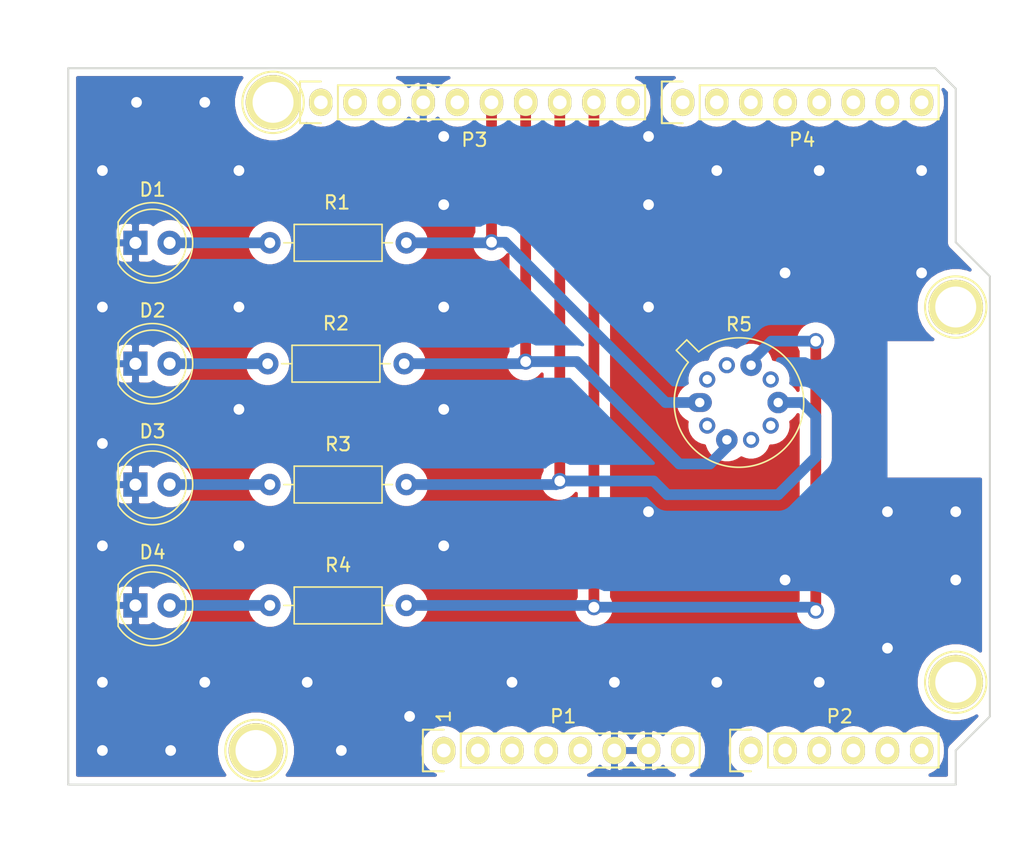
<source format=kicad_pcb>
(kicad_pcb (version 20171130) (host pcbnew "(5.1.8)-1")

  (general
    (thickness 1.6)
    (drawings 28)
    (tracks 84)
    (zones 0)
    (modules 17)
    (nets 39)
  )

  (page A4)
  (title_block
    (title "Demo LED")
    (date 2020-11-30)
    (rev 1.0)
    (company INSA)
    (comment 2 "Opérateur CAO :")
    (comment 3 "Arnauld Biganzoli")
  )

  (layers
    (0 F.Cu signal)
    (31 B.Cu signal)
    (32 B.Adhes user)
    (33 F.Adhes user)
    (34 B.Paste user)
    (35 F.Paste user)
    (36 B.SilkS user)
    (37 F.SilkS user)
    (38 B.Mask user)
    (39 F.Mask user)
    (40 Dwgs.User user hide)
    (41 Cmts.User user)
    (42 Eco1.User user hide)
    (43 Eco2.User user)
    (44 Edge.Cuts user)
    (45 Margin user)
    (46 B.CrtYd user)
    (47 F.CrtYd user hide)
    (48 B.Fab user)
    (49 F.Fab user hide)
  )

  (setup
    (last_trace_width 0.8)
    (trace_clearance 0.8)
    (zone_clearance 0.508)
    (zone_45_only no)
    (trace_min 0)
    (via_size 1.2)
    (via_drill 0.8)
    (via_min_size 0)
    (via_min_drill 0)
    (uvia_size 0.3)
    (uvia_drill 0.1)
    (uvias_allowed no)
    (uvia_min_size 0.2)
    (uvia_min_drill 0.1)
    (edge_width 0.15)
    (segment_width 0.15)
    (pcb_text_width 0.3)
    (pcb_text_size 1.5 1.5)
    (mod_edge_width 0.15)
    (mod_text_size 1 1)
    (mod_text_width 0.15)
    (pad_size 4.064 4.064)
    (pad_drill 3.048)
    (pad_to_mask_clearance 0)
    (aux_axis_origin 110.998 73.025)
    (grid_origin 110.998 73.025)
    (visible_elements 7FFFFFFF)
    (pcbplotparams
      (layerselection 0x00030_80000001)
      (usegerberextensions false)
      (usegerberattributes true)
      (usegerberadvancedattributes true)
      (creategerberjobfile true)
      (excludeedgelayer true)
      (linewidth 0.100000)
      (plotframeref false)
      (viasonmask false)
      (mode 1)
      (useauxorigin false)
      (hpglpennumber 1)
      (hpglpenspeed 20)
      (hpglpendiameter 15.000000)
      (psnegative false)
      (psa4output false)
      (plotreference true)
      (plotvalue true)
      (plotinvisibletext false)
      (padsonsilk false)
      (subtractmaskfromsilk false)
      (outputformat 1)
      (mirror false)
      (drillshape 1)
      (scaleselection 1)
      (outputdirectory ""))
  )

  (net 0 "")
  (net 1 /IOREF)
  (net 2 /Reset)
  (net 3 +5V)
  (net 4 GND)
  (net 5 /Vin)
  (net 6 /A0)
  (net 7 /A1)
  (net 8 /A2)
  (net 9 /A3)
  (net 10 /AREF)
  (net 11 "/A4(SDA)")
  (net 12 "/A5(SCL)")
  (net 13 /8)
  (net 14 /7)
  (net 15 "/6(**)")
  (net 16 "/5(**)")
  (net 17 /4)
  (net 18 "/3(**)")
  (net 19 /2)
  (net 20 "/1(Tx)")
  (net 21 "/0(Rx)")
  (net 22 "Net-(P5-Pad1)")
  (net 23 "Net-(P6-Pad1)")
  (net 24 "Net-(P7-Pad1)")
  (net 25 "Net-(P8-Pad1)")
  (net 26 "/13(SCK)")
  (net 27 "Net-(P1-Pad1)")
  (net 28 +3V3)
  (net 29 "Net-(D1-Pad2)")
  (net 30 "Net-(D2-Pad2)")
  (net 31 "Net-(D3-Pad2)")
  (net 32 "Net-(D4-Pad2)")
  (net 33 /LED1)
  (net 34 /LED2)
  (net 35 /LED3)
  (net 36 /LED4)
  (net 37 "Net-(P3-Pad1)")
  (net 38 "Net-(P3-Pad2)")

  (net_class Default "This is the default net class."
    (clearance 0.8)
    (trace_width 0.8)
    (via_dia 1.2)
    (via_drill 0.8)
    (uvia_dia 0.3)
    (uvia_drill 0.1)
    (add_net +3V3)
    (add_net "/0(Rx)")
    (add_net "/1(Tx)")
    (add_net "/13(SCK)")
    (add_net /2)
    (add_net "/3(**)")
    (add_net /4)
    (add_net "/5(**)")
    (add_net "/6(**)")
    (add_net /7)
    (add_net /8)
    (add_net /A0)
    (add_net /A1)
    (add_net /A2)
    (add_net /A3)
    (add_net "/A4(SDA)")
    (add_net "/A5(SCL)")
    (add_net /AREF)
    (add_net /IOREF)
    (add_net /LED1)
    (add_net /LED2)
    (add_net /LED3)
    (add_net /LED4)
    (add_net /Reset)
    (add_net /Vin)
    (add_net GND)
    (add_net "Net-(D1-Pad2)")
    (add_net "Net-(D2-Pad2)")
    (add_net "Net-(D3-Pad2)")
    (add_net "Net-(D4-Pad2)")
    (add_net "Net-(P1-Pad1)")
    (add_net "Net-(P3-Pad1)")
    (add_net "Net-(P3-Pad2)")
    (add_net "Net-(P5-Pad1)")
    (add_net "Net-(P6-Pad1)")
    (add_net "Net-(P7-Pad1)")
    (add_net "Net-(P8-Pad1)")
  )

  (net_class Power ""
    (clearance 0.8)
    (trace_width 1.2)
    (via_dia 1.2)
    (via_drill 0.8)
    (uvia_dia 0.3)
    (uvia_drill 0.1)
    (add_net +5V)
  )

  (module MesEmpreintes:TO-5-10_Window (layer F.Cu) (tedit 5FCA6B1A) (tstamp 5FCAC9E0)
    (at 157.988 97.917)
    (descr "TO-5-10_Window, Window")
    (tags "TO-5-10_Window Window")
    (path /5FCB75C6)
    (fp_text reference R5 (at 2.92 -5.82) (layer F.SilkS)
      (effects (font (size 1 1) (thickness 0.15)))
    )
    (fp_text value Gsens (at 2.92 5.82) (layer F.Fab)
      (effects (font (size 1 1) (thickness 0.15)))
    )
    (fp_line (start -0.085408 -3.61352) (end -0.89151 -4.419621) (layer F.Fab) (width 0.1))
    (fp_line (start -0.89151 -4.419621) (end -1.499621 -3.81151) (layer F.Fab) (width 0.1))
    (fp_line (start -1.499621 -3.81151) (end -0.69352 -3.005408) (layer F.Fab) (width 0.1))
    (fp_line (start 4.244 -2.637) (end 5.557 -1.324) (layer F.Fab) (width 0.1))
    (fp_line (start 3.405 -2.911) (end 5.831 -0.485) (layer F.Fab) (width 0.1))
    (fp_line (start 2.8 -2.948) (end 5.868 0.12) (layer F.Fab) (width 0.1))
    (fp_line (start 2.298 -2.884) (end 5.804 0.622) (layer F.Fab) (width 0.1))
    (fp_line (start 1.862 -2.755) (end 5.675 1.058) (layer F.Fab) (width 0.1))
    (fp_line (start 1.477 -2.574) (end 5.494 1.443) (layer F.Fab) (width 0.1))
    (fp_line (start 1.136 -2.35) (end 5.27 1.784) (layer F.Fab) (width 0.1))
    (fp_line (start 0.834 -2.086) (end 5.006 2.086) (layer F.Fab) (width 0.1))
    (fp_line (start 0.57 -1.784) (end 4.704 2.35) (layer F.Fab) (width 0.1))
    (fp_line (start 0.346 -1.443) (end 4.363 2.574) (layer F.Fab) (width 0.1))
    (fp_line (start 0.165 -1.058) (end 3.978 2.755) (layer F.Fab) (width 0.1))
    (fp_line (start 0.036 -0.622) (end 3.542 2.884) (layer F.Fab) (width 0.1))
    (fp_line (start -0.028 -0.12) (end 3.04 2.948) (layer F.Fab) (width 0.1))
    (fp_line (start 0.009 0.485) (end 2.435 2.911) (layer F.Fab) (width 0.1))
    (fp_line (start 0.283 1.324) (end 1.596 2.637) (layer F.Fab) (width 0.1))
    (fp_line (start -0.077084 -3.774902) (end -0.968039 -4.665856) (layer F.SilkS) (width 0.12))
    (fp_line (start -0.968039 -4.665856) (end -1.745856 -3.888039) (layer F.SilkS) (width 0.12))
    (fp_line (start -1.745856 -3.888039) (end -0.854902 -2.997084) (layer F.SilkS) (width 0.12))
    (fp_line (start -2.04 -4.95) (end -2.04 4.95) (layer F.CrtYd) (width 0.05))
    (fp_line (start -2.04 4.95) (end 7.87 4.95) (layer F.CrtYd) (width 0.05))
    (fp_line (start 7.87 4.95) (end 7.87 -4.95) (layer F.CrtYd) (width 0.05))
    (fp_line (start 7.87 -4.95) (end -2.04 -4.95) (layer F.CrtYd) (width 0.05))
    (fp_circle (center 2.92 0) (end 7.17 0) (layer F.Fab) (width 0.1))
    (fp_circle (center 2.92 0) (end 5.87 0) (layer F.Fab) (width 0.1))
    (fp_arc (start 2.92 0) (end -0.077084 -3.774902) (angle 346.9) (layer F.SilkS) (width 0.12))
    (fp_arc (start 2.92 0) (end -0.085408 -3.61352) (angle 349.5) (layer F.Fab) (width 0.1))
    (fp_text user %R (at 2.92 -5.82) (layer F.Fab)
      (effects (font (size 1 1) (thickness 0.15)))
    )
    (pad NC thru_hole oval (at 0.55767 -1.716333) (size 1.2 1.2) (drill 0.7) (layers *.Cu *.Mask))
    (pad NC thru_hole oval (at 2.01767 -2.777085) (size 1.2 1.2) (drill 0.7) (layers *.Cu *.Mask))
    (pad 4 thru_hole circle (at 3.82233 -2.777085) (size 1.6 1.6) (drill 0.7) (layers *.Cu *.Mask)
      (net 36 /LED4))
    (pad NC thru_hole oval (at 5.28233 -1.716333) (size 1.2 1.2) (drill 0.7) (layers *.Cu *.Mask))
    (pad 3 thru_hole circle (at 5.84 0) (size 1.6 1.6) (drill 0.7) (layers *.Cu *.Mask)
      (net 35 /LED3))
    (pad NC thru_hole oval (at 5.28233 1.716333) (size 1.2 1.2) (drill 0.7) (layers *.Cu *.Mask))
    (pad NC thru_hole oval (at 3.82233 2.777085) (size 1.2 1.2) (drill 0.7) (layers *.Cu *.Mask))
    (pad 2 thru_hole circle (at 2.01767 2.777085) (size 1.6 1.6) (drill 0.7) (layers *.Cu *.Mask)
      (net 34 /LED2))
    (pad NC thru_hole oval (at 0.55767 1.716333) (size 1.2 1.2) (drill 0.7) (layers *.Cu *.Mask))
    (pad 1 thru_hole oval (at 0 0) (size 1.8 1.4) (drill 0.7) (layers *.Cu *.Mask)
      (net 33 /LED1))
    (model ${KIPRJMOD}/Footprints/MesEmpreintes.pretty/TO-5-10.wrl
      (offset (xyz 3 0 9))
      (scale (xyz 0.4 0.4 0.4))
      (rotate (xyz -90 0 0))
    )
  )

  (module Socket_Arduino_Uno:Socket_Strip_Arduino_1x08 locked (layer F.Cu) (tedit 552168D2) (tstamp 551AF9EA)
    (at 138.938 123.825)
    (descr "Through hole socket strip")
    (tags "socket strip")
    (path /56D70129)
    (fp_text reference P1 (at 8.89 -2.54) (layer F.SilkS)
      (effects (font (size 1 1) (thickness 0.15)))
    )
    (fp_text value Power (at 8.89 -4.064) (layer F.Fab)
      (effects (font (size 1 1) (thickness 0.15)))
    )
    (fp_line (start -1.55 -1.55) (end -1.55 1.55) (layer F.SilkS) (width 0.15))
    (fp_line (start 0 -1.55) (end -1.55 -1.55) (layer F.SilkS) (width 0.15))
    (fp_line (start 1.27 1.27) (end 1.27 -1.27) (layer F.SilkS) (width 0.15))
    (fp_line (start -1.55 1.55) (end 0 1.55) (layer F.SilkS) (width 0.15))
    (fp_line (start 19.05 -1.27) (end 1.27 -1.27) (layer F.SilkS) (width 0.15))
    (fp_line (start 19.05 1.27) (end 19.05 -1.27) (layer F.SilkS) (width 0.15))
    (fp_line (start 1.27 1.27) (end 19.05 1.27) (layer F.SilkS) (width 0.15))
    (fp_line (start -1.75 1.75) (end 19.55 1.75) (layer F.CrtYd) (width 0.05))
    (fp_line (start -1.75 -1.75) (end 19.55 -1.75) (layer F.CrtYd) (width 0.05))
    (fp_line (start 19.55 -1.75) (end 19.55 1.75) (layer F.CrtYd) (width 0.05))
    (fp_line (start -1.75 -1.75) (end -1.75 1.75) (layer F.CrtYd) (width 0.05))
    (pad 1 thru_hole oval (at 0 0) (size 1.7272 2.032) (drill 1.016) (layers *.Cu *.Mask F.SilkS)
      (net 27 "Net-(P1-Pad1)"))
    (pad 2 thru_hole oval (at 2.54 0) (size 1.7272 2.032) (drill 1.016) (layers *.Cu *.Mask F.SilkS)
      (net 1 /IOREF))
    (pad 3 thru_hole oval (at 5.08 0) (size 1.7272 2.032) (drill 1.016) (layers *.Cu *.Mask F.SilkS)
      (net 2 /Reset))
    (pad 4 thru_hole oval (at 7.62 0) (size 1.7272 2.032) (drill 1.016) (layers *.Cu *.Mask F.SilkS)
      (net 28 +3V3))
    (pad 5 thru_hole oval (at 10.16 0) (size 1.7272 2.032) (drill 1.016) (layers *.Cu *.Mask F.SilkS)
      (net 3 +5V))
    (pad 6 thru_hole oval (at 12.7 0) (size 1.7272 2.032) (drill 1.016) (layers *.Cu *.Mask F.SilkS)
      (net 4 GND))
    (pad 7 thru_hole oval (at 15.24 0) (size 1.7272 2.032) (drill 1.016) (layers *.Cu *.Mask F.SilkS)
      (net 4 GND))
    (pad 8 thru_hole oval (at 17.78 0) (size 1.7272 2.032) (drill 1.016) (layers *.Cu *.Mask F.SilkS)
      (net 5 /Vin))
    (model ${KIPRJMOD}/Socket_Arduino_Uno.3dshapes/Socket_header_Arduino_1x08.wrl
      (offset (xyz 8.889999866485596 0 0))
      (scale (xyz 1 1 1))
      (rotate (xyz 0 0 180))
    )
  )

  (module Socket_Arduino_Uno:Socket_Strip_Arduino_1x06 locked (layer F.Cu) (tedit 552168D6) (tstamp 551AF9FF)
    (at 161.798 123.825)
    (descr "Through hole socket strip")
    (tags "socket strip")
    (path /56D70DD8)
    (fp_text reference P2 (at 6.604 -2.54) (layer F.SilkS)
      (effects (font (size 1 1) (thickness 0.15)))
    )
    (fp_text value Analog (at 6.604 -4.064) (layer F.Fab)
      (effects (font (size 1 1) (thickness 0.15)))
    )
    (fp_line (start -1.55 -1.55) (end -1.55 1.55) (layer F.SilkS) (width 0.15))
    (fp_line (start 0 -1.55) (end -1.55 -1.55) (layer F.SilkS) (width 0.15))
    (fp_line (start 1.27 1.27) (end 1.27 -1.27) (layer F.SilkS) (width 0.15))
    (fp_line (start -1.55 1.55) (end 0 1.55) (layer F.SilkS) (width 0.15))
    (fp_line (start 13.97 -1.27) (end 1.27 -1.27) (layer F.SilkS) (width 0.15))
    (fp_line (start 13.97 1.27) (end 13.97 -1.27) (layer F.SilkS) (width 0.15))
    (fp_line (start 1.27 1.27) (end 13.97 1.27) (layer F.SilkS) (width 0.15))
    (fp_line (start -1.75 1.75) (end 14.45 1.75) (layer F.CrtYd) (width 0.05))
    (fp_line (start -1.75 -1.75) (end 14.45 -1.75) (layer F.CrtYd) (width 0.05))
    (fp_line (start 14.45 -1.75) (end 14.45 1.75) (layer F.CrtYd) (width 0.05))
    (fp_line (start -1.75 -1.75) (end -1.75 1.75) (layer F.CrtYd) (width 0.05))
    (pad 1 thru_hole oval (at 0 0) (size 1.7272 2.032) (drill 1.016) (layers *.Cu *.Mask F.SilkS)
      (net 6 /A0))
    (pad 2 thru_hole oval (at 2.54 0) (size 1.7272 2.032) (drill 1.016) (layers *.Cu *.Mask F.SilkS)
      (net 7 /A1))
    (pad 3 thru_hole oval (at 5.08 0) (size 1.7272 2.032) (drill 1.016) (layers *.Cu *.Mask F.SilkS)
      (net 8 /A2))
    (pad 4 thru_hole oval (at 7.62 0) (size 1.7272 2.032) (drill 1.016) (layers *.Cu *.Mask F.SilkS)
      (net 9 /A3))
    (pad 5 thru_hole oval (at 10.16 0) (size 1.7272 2.032) (drill 1.016) (layers *.Cu *.Mask F.SilkS)
      (net 11 "/A4(SDA)"))
    (pad 6 thru_hole oval (at 12.7 0) (size 1.7272 2.032) (drill 1.016) (layers *.Cu *.Mask F.SilkS)
      (net 12 "/A5(SCL)"))
    (model ${KIPRJMOD}/Socket_Arduino_Uno.3dshapes/Socket_header_Arduino_1x06.wrl
      (offset (xyz 6.349999904632568 0 0))
      (scale (xyz 1 1 1))
      (rotate (xyz 0 0 180))
    )
  )

  (module Socket_Arduino_Uno:Socket_Strip_Arduino_1x10 locked (layer F.Cu) (tedit 552168BF) (tstamp 551AFA18)
    (at 129.794 75.565)
    (descr "Through hole socket strip")
    (tags "socket strip")
    (path /56D721E0)
    (fp_text reference P3 (at 11.43 2.794) (layer F.SilkS)
      (effects (font (size 1 1) (thickness 0.15)))
    )
    (fp_text value Digital (at 11.43 4.318) (layer F.Fab)
      (effects (font (size 1 1) (thickness 0.15)))
    )
    (fp_line (start -1.55 -1.55) (end -1.55 1.55) (layer F.SilkS) (width 0.15))
    (fp_line (start 0 -1.55) (end -1.55 -1.55) (layer F.SilkS) (width 0.15))
    (fp_line (start 1.27 1.27) (end 1.27 -1.27) (layer F.SilkS) (width 0.15))
    (fp_line (start -1.55 1.55) (end 0 1.55) (layer F.SilkS) (width 0.15))
    (fp_line (start 24.13 -1.27) (end 1.27 -1.27) (layer F.SilkS) (width 0.15))
    (fp_line (start 24.13 1.27) (end 24.13 -1.27) (layer F.SilkS) (width 0.15))
    (fp_line (start 1.27 1.27) (end 24.13 1.27) (layer F.SilkS) (width 0.15))
    (fp_line (start -1.75 1.75) (end 24.65 1.75) (layer F.CrtYd) (width 0.05))
    (fp_line (start -1.75 -1.75) (end 24.65 -1.75) (layer F.CrtYd) (width 0.05))
    (fp_line (start 24.65 -1.75) (end 24.65 1.75) (layer F.CrtYd) (width 0.05))
    (fp_line (start -1.75 -1.75) (end -1.75 1.75) (layer F.CrtYd) (width 0.05))
    (pad 1 thru_hole oval (at 0 0) (size 1.7272 2.032) (drill 1.016) (layers *.Cu *.Mask F.SilkS)
      (net 37 "Net-(P3-Pad1)"))
    (pad 2 thru_hole oval (at 2.54 0) (size 1.7272 2.032) (drill 1.016) (layers *.Cu *.Mask F.SilkS)
      (net 38 "Net-(P3-Pad2)"))
    (pad 3 thru_hole oval (at 5.08 0) (size 1.7272 2.032) (drill 1.016) (layers *.Cu *.Mask F.SilkS)
      (net 10 /AREF))
    (pad 4 thru_hole oval (at 7.62 0) (size 1.7272 2.032) (drill 1.016) (layers *.Cu *.Mask F.SilkS)
      (net 4 GND))
    (pad 5 thru_hole oval (at 10.16 0) (size 1.7272 2.032) (drill 1.016) (layers *.Cu *.Mask F.SilkS)
      (net 26 "/13(SCK)"))
    (pad 6 thru_hole oval (at 12.7 0) (size 1.7272 2.032) (drill 1.016) (layers *.Cu *.Mask F.SilkS)
      (net 33 /LED1))
    (pad 7 thru_hole oval (at 15.24 0) (size 1.7272 2.032) (drill 1.016) (layers *.Cu *.Mask F.SilkS)
      (net 34 /LED2))
    (pad 8 thru_hole oval (at 17.78 0) (size 1.7272 2.032) (drill 1.016) (layers *.Cu *.Mask F.SilkS)
      (net 35 /LED3))
    (pad 9 thru_hole oval (at 20.32 0) (size 1.7272 2.032) (drill 1.016) (layers *.Cu *.Mask F.SilkS)
      (net 36 /LED4))
    (pad 10 thru_hole oval (at 22.86 0) (size 1.7272 2.032) (drill 1.016) (layers *.Cu *.Mask F.SilkS)
      (net 13 /8))
    (model ${KIPRJMOD}/Socket_Arduino_Uno.3dshapes/Socket_header_Arduino_1x10.wrl
      (offset (xyz 11.42999982833862 0 0))
      (scale (xyz 1 1 1))
      (rotate (xyz 0 0 180))
    )
  )

  (module Socket_Arduino_Uno:Socket_Strip_Arduino_1x08 locked (layer F.Cu) (tedit 552168C7) (tstamp 551AFA2F)
    (at 156.718 75.565)
    (descr "Through hole socket strip")
    (tags "socket strip")
    (path /56D7164F)
    (fp_text reference P4 (at 8.89 2.794) (layer F.SilkS)
      (effects (font (size 1 1) (thickness 0.15)))
    )
    (fp_text value Digital (at 8.89 4.318) (layer F.Fab)
      (effects (font (size 1 1) (thickness 0.15)))
    )
    (fp_line (start -1.55 -1.55) (end -1.55 1.55) (layer F.SilkS) (width 0.15))
    (fp_line (start 0 -1.55) (end -1.55 -1.55) (layer F.SilkS) (width 0.15))
    (fp_line (start 1.27 1.27) (end 1.27 -1.27) (layer F.SilkS) (width 0.15))
    (fp_line (start -1.55 1.55) (end 0 1.55) (layer F.SilkS) (width 0.15))
    (fp_line (start 19.05 -1.27) (end 1.27 -1.27) (layer F.SilkS) (width 0.15))
    (fp_line (start 19.05 1.27) (end 19.05 -1.27) (layer F.SilkS) (width 0.15))
    (fp_line (start 1.27 1.27) (end 19.05 1.27) (layer F.SilkS) (width 0.15))
    (fp_line (start -1.75 1.75) (end 19.55 1.75) (layer F.CrtYd) (width 0.05))
    (fp_line (start -1.75 -1.75) (end 19.55 -1.75) (layer F.CrtYd) (width 0.05))
    (fp_line (start 19.55 -1.75) (end 19.55 1.75) (layer F.CrtYd) (width 0.05))
    (fp_line (start -1.75 -1.75) (end -1.75 1.75) (layer F.CrtYd) (width 0.05))
    (pad 1 thru_hole oval (at 0 0) (size 1.7272 2.032) (drill 1.016) (layers *.Cu *.Mask F.SilkS)
      (net 14 /7))
    (pad 2 thru_hole oval (at 2.54 0) (size 1.7272 2.032) (drill 1.016) (layers *.Cu *.Mask F.SilkS)
      (net 15 "/6(**)"))
    (pad 3 thru_hole oval (at 5.08 0) (size 1.7272 2.032) (drill 1.016) (layers *.Cu *.Mask F.SilkS)
      (net 16 "/5(**)"))
    (pad 4 thru_hole oval (at 7.62 0) (size 1.7272 2.032) (drill 1.016) (layers *.Cu *.Mask F.SilkS)
      (net 17 /4))
    (pad 5 thru_hole oval (at 10.16 0) (size 1.7272 2.032) (drill 1.016) (layers *.Cu *.Mask F.SilkS)
      (net 18 "/3(**)"))
    (pad 6 thru_hole oval (at 12.7 0) (size 1.7272 2.032) (drill 1.016) (layers *.Cu *.Mask F.SilkS)
      (net 19 /2))
    (pad 7 thru_hole oval (at 15.24 0) (size 1.7272 2.032) (drill 1.016) (layers *.Cu *.Mask F.SilkS)
      (net 20 "/1(Tx)"))
    (pad 8 thru_hole oval (at 17.78 0) (size 1.7272 2.032) (drill 1.016) (layers *.Cu *.Mask F.SilkS)
      (net 21 "/0(Rx)"))
    (model ${KIPRJMOD}/Socket_Arduino_Uno.3dshapes/Socket_header_Arduino_1x08.wrl
      (offset (xyz 8.889999866485596 0 0))
      (scale (xyz 1 1 1))
      (rotate (xyz 0 0 180))
    )
  )

  (module Socket_Arduino_Uno:Arduino_1pin locked (layer F.Cu) (tedit 5524FC39) (tstamp 5524FC3F)
    (at 124.968 123.825)
    (descr "module 1 pin (ou trou mecanique de percage)")
    (tags DEV)
    (path /56D71177)
    (fp_text reference P5 (at 0 -3.048) (layer F.SilkS) hide
      (effects (font (size 1 1) (thickness 0.15)))
    )
    (fp_text value CONN_01X01 (at 0 2.794) (layer F.Fab) hide
      (effects (font (size 1 1) (thickness 0.15)))
    )
    (fp_circle (center 0 0) (end 0 -2.286) (layer F.SilkS) (width 0.15))
    (pad 1 thru_hole circle (at 0 0) (size 4.064 4.064) (drill 3.048) (layers *.Cu *.Mask F.SilkS)
      (net 22 "Net-(P5-Pad1)"))
  )

  (module Socket_Arduino_Uno:Arduino_1pin locked (layer F.Cu) (tedit 5524FC4A) (tstamp 5524FC44)
    (at 177.038 118.745)
    (descr "module 1 pin (ou trou mecanique de percage)")
    (tags DEV)
    (path /56D71274)
    (fp_text reference P6 (at 0 -3.048) (layer F.SilkS) hide
      (effects (font (size 1 1) (thickness 0.15)))
    )
    (fp_text value CONN_01X01 (at 0 2.794) (layer F.Fab) hide
      (effects (font (size 1 1) (thickness 0.15)))
    )
    (fp_circle (center 0 0) (end 0 -2.286) (layer F.SilkS) (width 0.15))
    (pad 1 thru_hole circle (at 0 0) (size 4.064 4.064) (drill 3.048) (layers *.Cu *.Mask F.SilkS)
      (net 23 "Net-(P6-Pad1)"))
  )

  (module Socket_Arduino_Uno:Arduino_1pin locked (layer F.Cu) (tedit 5524FC2F) (tstamp 5524FC49)
    (at 126.238 75.565)
    (descr "module 1 pin (ou trou mecanique de percage)")
    (tags DEV)
    (path /56D712A8)
    (fp_text reference P7 (at 0 -3.048) (layer F.SilkS) hide
      (effects (font (size 1 1) (thickness 0.15)))
    )
    (fp_text value CONN_01X01 (at 0 2.794) (layer F.Fab) hide
      (effects (font (size 1 1) (thickness 0.15)))
    )
    (fp_circle (center 0 0) (end 0 -2.286) (layer F.SilkS) (width 0.15))
    (pad 1 thru_hole circle (at 0 0) (size 4.064 4.064) (drill 3.048) (layers *.Cu *.Mask F.SilkS)
      (net 24 "Net-(P7-Pad1)"))
  )

  (module Socket_Arduino_Uno:Arduino_1pin locked (layer F.Cu) (tedit 5524FC41) (tstamp 5524FC4E)
    (at 177.038 90.805)
    (descr "module 1 pin (ou trou mecanique de percage)")
    (tags DEV)
    (path /56D712DB)
    (fp_text reference P8 (at 0 -3.048) (layer F.SilkS) hide
      (effects (font (size 1 1) (thickness 0.15)))
    )
    (fp_text value CONN_01X01 (at 0 2.794) (layer F.Fab) hide
      (effects (font (size 1 1) (thickness 0.15)))
    )
    (fp_circle (center 0 0) (end 0 -2.286) (layer F.SilkS) (width 0.15))
    (pad 1 thru_hole circle (at 0 0) (size 4.064 4.064) (drill 3.048) (layers *.Cu *.Mask F.SilkS)
      (net 25 "Net-(P8-Pad1)"))
  )

  (module LED_THT:LED_D5.0mm (layer F.Cu) (tedit 5995936A) (tstamp 5FC52B70)
    (at 115.998 86.025)
    (descr "LED, diameter 5.0mm, 2 pins, http://cdn-reichelt.de/documents/datenblatt/A500/LL-504BC2E-009.pdf")
    (tags "LED diameter 5.0mm 2 pins")
    (path /5FC4CFF8)
    (fp_text reference D1 (at 1.27 -3.96) (layer F.SilkS)
      (effects (font (size 1 1) (thickness 0.15)))
    )
    (fp_text value LED (at 1.27 3.96) (layer F.Fab)
      (effects (font (size 1 1) (thickness 0.15)))
    )
    (fp_line (start 4.5 -3.25) (end -1.95 -3.25) (layer F.CrtYd) (width 0.05))
    (fp_line (start 4.5 3.25) (end 4.5 -3.25) (layer F.CrtYd) (width 0.05))
    (fp_line (start -1.95 3.25) (end 4.5 3.25) (layer F.CrtYd) (width 0.05))
    (fp_line (start -1.95 -3.25) (end -1.95 3.25) (layer F.CrtYd) (width 0.05))
    (fp_line (start -1.29 -1.545) (end -1.29 1.545) (layer F.SilkS) (width 0.12))
    (fp_line (start -1.23 -1.469694) (end -1.23 1.469694) (layer F.Fab) (width 0.1))
    (fp_circle (center 1.27 0) (end 3.77 0) (layer F.SilkS) (width 0.12))
    (fp_circle (center 1.27 0) (end 3.77 0) (layer F.Fab) (width 0.1))
    (fp_arc (start 1.27 0) (end -1.23 -1.469694) (angle 299.1) (layer F.Fab) (width 0.1))
    (fp_arc (start 1.27 0) (end -1.29 -1.54483) (angle 148.9) (layer F.SilkS) (width 0.12))
    (fp_arc (start 1.27 0) (end -1.29 1.54483) (angle -148.9) (layer F.SilkS) (width 0.12))
    (fp_text user %R (at 1.25 0) (layer F.Fab)
      (effects (font (size 0.8 0.8) (thickness 0.2)))
    )
    (pad 1 thru_hole rect (at 0 0) (size 1.8 1.8) (drill 0.9) (layers *.Cu *.Mask)
      (net 4 GND))
    (pad 2 thru_hole circle (at 2.54 0) (size 1.8 1.8) (drill 0.9) (layers *.Cu *.Mask)
      (net 29 "Net-(D1-Pad2)"))
    (model ${KISYS3DMOD}/LED_THT.3dshapes/LED_D5.0mm.wrl
      (at (xyz 0 0 0))
      (scale (xyz 1 1 1))
      (rotate (xyz 0 0 0))
    )
  )

  (module LED_THT:LED_D5.0mm (layer F.Cu) (tedit 5995936A) (tstamp 5FC527E9)
    (at 115.998 95.025)
    (descr "LED, diameter 5.0mm, 2 pins, http://cdn-reichelt.de/documents/datenblatt/A500/LL-504BC2E-009.pdf")
    (tags "LED diameter 5.0mm 2 pins")
    (path /5FC5721B)
    (fp_text reference D2 (at 1.27 -3.96) (layer F.SilkS)
      (effects (font (size 1 1) (thickness 0.15)))
    )
    (fp_text value LED (at 1.27 3.96) (layer F.Fab)
      (effects (font (size 1 1) (thickness 0.15)))
    )
    (fp_circle (center 1.27 0) (end 3.77 0) (layer F.Fab) (width 0.1))
    (fp_circle (center 1.27 0) (end 3.77 0) (layer F.SilkS) (width 0.12))
    (fp_line (start -1.23 -1.469694) (end -1.23 1.469694) (layer F.Fab) (width 0.1))
    (fp_line (start -1.29 -1.545) (end -1.29 1.545) (layer F.SilkS) (width 0.12))
    (fp_line (start -1.95 -3.25) (end -1.95 3.25) (layer F.CrtYd) (width 0.05))
    (fp_line (start -1.95 3.25) (end 4.5 3.25) (layer F.CrtYd) (width 0.05))
    (fp_line (start 4.5 3.25) (end 4.5 -3.25) (layer F.CrtYd) (width 0.05))
    (fp_line (start 4.5 -3.25) (end -1.95 -3.25) (layer F.CrtYd) (width 0.05))
    (fp_text user %R (at 1.25 0) (layer F.Fab)
      (effects (font (size 0.8 0.8) (thickness 0.2)))
    )
    (fp_arc (start 1.27 0) (end -1.29 1.54483) (angle -148.9) (layer F.SilkS) (width 0.12))
    (fp_arc (start 1.27 0) (end -1.29 -1.54483) (angle 148.9) (layer F.SilkS) (width 0.12))
    (fp_arc (start 1.27 0) (end -1.23 -1.469694) (angle 299.1) (layer F.Fab) (width 0.1))
    (pad 2 thru_hole circle (at 2.54 0) (size 1.8 1.8) (drill 0.9) (layers *.Cu *.Mask)
      (net 30 "Net-(D2-Pad2)"))
    (pad 1 thru_hole rect (at 0 0) (size 1.8 1.8) (drill 0.9) (layers *.Cu *.Mask)
      (net 4 GND))
    (model ${KISYS3DMOD}/LED_THT.3dshapes/LED_D5.0mm.wrl
      (at (xyz 0 0 0))
      (scale (xyz 1 1 1))
      (rotate (xyz 0 0 0))
    )
  )

  (module LED_THT:LED_D5.0mm (layer F.Cu) (tedit 5995936A) (tstamp 5FC527FB)
    (at 115.998 104.025)
    (descr "LED, diameter 5.0mm, 2 pins, http://cdn-reichelt.de/documents/datenblatt/A500/LL-504BC2E-009.pdf")
    (tags "LED diameter 5.0mm 2 pins")
    (path /5FC5A1AB)
    (fp_text reference D3 (at 1.27 -3.96) (layer F.SilkS)
      (effects (font (size 1 1) (thickness 0.15)))
    )
    (fp_text value LED (at 1.27 3.96) (layer F.Fab)
      (effects (font (size 1 1) (thickness 0.15)))
    )
    (fp_line (start 4.5 -3.25) (end -1.95 -3.25) (layer F.CrtYd) (width 0.05))
    (fp_line (start 4.5 3.25) (end 4.5 -3.25) (layer F.CrtYd) (width 0.05))
    (fp_line (start -1.95 3.25) (end 4.5 3.25) (layer F.CrtYd) (width 0.05))
    (fp_line (start -1.95 -3.25) (end -1.95 3.25) (layer F.CrtYd) (width 0.05))
    (fp_line (start -1.29 -1.545) (end -1.29 1.545) (layer F.SilkS) (width 0.12))
    (fp_line (start -1.23 -1.469694) (end -1.23 1.469694) (layer F.Fab) (width 0.1))
    (fp_circle (center 1.27 0) (end 3.77 0) (layer F.SilkS) (width 0.12))
    (fp_circle (center 1.27 0) (end 3.77 0) (layer F.Fab) (width 0.1))
    (fp_arc (start 1.27 0) (end -1.23 -1.469694) (angle 299.1) (layer F.Fab) (width 0.1))
    (fp_arc (start 1.27 0) (end -1.29 -1.54483) (angle 148.9) (layer F.SilkS) (width 0.12))
    (fp_arc (start 1.27 0) (end -1.29 1.54483) (angle -148.9) (layer F.SilkS) (width 0.12))
    (fp_text user %R (at 1.25 0) (layer F.Fab)
      (effects (font (size 0.8 0.8) (thickness 0.2)))
    )
    (pad 1 thru_hole rect (at 0 0) (size 1.8 1.8) (drill 0.9) (layers *.Cu *.Mask)
      (net 4 GND))
    (pad 2 thru_hole circle (at 2.54 0) (size 1.8 1.8) (drill 0.9) (layers *.Cu *.Mask)
      (net 31 "Net-(D3-Pad2)"))
    (model ${KISYS3DMOD}/LED_THT.3dshapes/LED_D5.0mm.wrl
      (at (xyz 0 0 0))
      (scale (xyz 1 1 1))
      (rotate (xyz 0 0 0))
    )
  )

  (module LED_THT:LED_D5.0mm (layer F.Cu) (tedit 5995936A) (tstamp 5FC5280D)
    (at 115.998 113.025)
    (descr "LED, diameter 5.0mm, 2 pins, http://cdn-reichelt.de/documents/datenblatt/A500/LL-504BC2E-009.pdf")
    (tags "LED diameter 5.0mm 2 pins")
    (path /5FC5A34F)
    (fp_text reference D4 (at 1.27 -3.96) (layer F.SilkS)
      (effects (font (size 1 1) (thickness 0.15)))
    )
    (fp_text value LED (at 1.27 3.96) (layer F.Fab)
      (effects (font (size 1 1) (thickness 0.15)))
    )
    (fp_circle (center 1.27 0) (end 3.77 0) (layer F.Fab) (width 0.1))
    (fp_circle (center 1.27 0) (end 3.77 0) (layer F.SilkS) (width 0.12))
    (fp_line (start -1.23 -1.469694) (end -1.23 1.469694) (layer F.Fab) (width 0.1))
    (fp_line (start -1.29 -1.545) (end -1.29 1.545) (layer F.SilkS) (width 0.12))
    (fp_line (start -1.95 -3.25) (end -1.95 3.25) (layer F.CrtYd) (width 0.05))
    (fp_line (start -1.95 3.25) (end 4.5 3.25) (layer F.CrtYd) (width 0.05))
    (fp_line (start 4.5 3.25) (end 4.5 -3.25) (layer F.CrtYd) (width 0.05))
    (fp_line (start 4.5 -3.25) (end -1.95 -3.25) (layer F.CrtYd) (width 0.05))
    (fp_text user %R (at 1.25 0) (layer F.Fab)
      (effects (font (size 0.8 0.8) (thickness 0.2)))
    )
    (fp_arc (start 1.27 0) (end -1.29 1.54483) (angle -148.9) (layer F.SilkS) (width 0.12))
    (fp_arc (start 1.27 0) (end -1.29 -1.54483) (angle 148.9) (layer F.SilkS) (width 0.12))
    (fp_arc (start 1.27 0) (end -1.23 -1.469694) (angle 299.1) (layer F.Fab) (width 0.1))
    (pad 2 thru_hole circle (at 2.54 0) (size 1.8 1.8) (drill 0.9) (layers *.Cu *.Mask)
      (net 32 "Net-(D4-Pad2)"))
    (pad 1 thru_hole rect (at 0 0) (size 1.8 1.8) (drill 0.9) (layers *.Cu *.Mask)
      (net 4 GND))
    (model ${KISYS3DMOD}/LED_THT.3dshapes/LED_D5.0mm.wrl
      (at (xyz 0 0 0))
      (scale (xyz 1 1 1))
      (rotate (xyz 0 0 0))
    )
  )

  (module Resistor_THT:R_Axial_DIN0207_L6.3mm_D2.5mm_P10.16mm_Horizontal (layer F.Cu) (tedit 5AE5139B) (tstamp 5FC52824)
    (at 136.158 86.025 180)
    (descr "Resistor, Axial_DIN0207 series, Axial, Horizontal, pin pitch=10.16mm, 0.25W = 1/4W, length*diameter=6.3*2.5mm^2, http://cdn-reichelt.de/documents/datenblatt/B400/1_4W%23YAG.pdf")
    (tags "Resistor Axial_DIN0207 series Axial Horizontal pin pitch 10.16mm 0.25W = 1/4W length 6.3mm diameter 2.5mm")
    (path /5FC4E899)
    (fp_text reference R1 (at 5.16 3) (layer F.SilkS)
      (effects (font (size 1 1) (thickness 0.15)))
    )
    (fp_text value 470 (at 5.08 2.37) (layer F.Fab)
      (effects (font (size 1 1) (thickness 0.15)))
    )
    (fp_line (start 11.21 -1.5) (end -1.05 -1.5) (layer F.CrtYd) (width 0.05))
    (fp_line (start 11.21 1.5) (end 11.21 -1.5) (layer F.CrtYd) (width 0.05))
    (fp_line (start -1.05 1.5) (end 11.21 1.5) (layer F.CrtYd) (width 0.05))
    (fp_line (start -1.05 -1.5) (end -1.05 1.5) (layer F.CrtYd) (width 0.05))
    (fp_line (start 9.12 0) (end 8.35 0) (layer F.SilkS) (width 0.12))
    (fp_line (start 1.04 0) (end 1.81 0) (layer F.SilkS) (width 0.12))
    (fp_line (start 8.35 -1.37) (end 1.81 -1.37) (layer F.SilkS) (width 0.12))
    (fp_line (start 8.35 1.37) (end 8.35 -1.37) (layer F.SilkS) (width 0.12))
    (fp_line (start 1.81 1.37) (end 8.35 1.37) (layer F.SilkS) (width 0.12))
    (fp_line (start 1.81 -1.37) (end 1.81 1.37) (layer F.SilkS) (width 0.12))
    (fp_line (start 10.16 0) (end 8.23 0) (layer F.Fab) (width 0.1))
    (fp_line (start 0 0) (end 1.93 0) (layer F.Fab) (width 0.1))
    (fp_line (start 8.23 -1.25) (end 1.93 -1.25) (layer F.Fab) (width 0.1))
    (fp_line (start 8.23 1.25) (end 8.23 -1.25) (layer F.Fab) (width 0.1))
    (fp_line (start 1.93 1.25) (end 8.23 1.25) (layer F.Fab) (width 0.1))
    (fp_line (start 1.93 -1.25) (end 1.93 1.25) (layer F.Fab) (width 0.1))
    (fp_text user %R (at 5.08 0) (layer F.Fab)
      (effects (font (size 1 1) (thickness 0.15)))
    )
    (pad 1 thru_hole circle (at 0 0 180) (size 1.6 1.6) (drill 0.8) (layers *.Cu *.Mask)
      (net 33 /LED1))
    (pad 2 thru_hole oval (at 10.16 0 180) (size 1.6 1.6) (drill 0.8) (layers *.Cu *.Mask)
      (net 29 "Net-(D1-Pad2)"))
    (model ${KISYS3DMOD}/Resistor_THT.3dshapes/R_Axial_DIN0207_L6.3mm_D2.5mm_P10.16mm_Horizontal.wrl
      (at (xyz 0 0 0))
      (scale (xyz 1 1 1))
      (rotate (xyz 0 0 0))
    )
  )

  (module Resistor_THT:R_Axial_DIN0207_L6.3mm_D2.5mm_P10.16mm_Horizontal (layer F.Cu) (tedit 5AE5139B) (tstamp 5FC5283B)
    (at 135.998 95.025 180)
    (descr "Resistor, Axial_DIN0207 series, Axial, Horizontal, pin pitch=10.16mm, 0.25W = 1/4W, length*diameter=6.3*2.5mm^2, http://cdn-reichelt.de/documents/datenblatt/B400/1_4W%23YAG.pdf")
    (tags "Resistor Axial_DIN0207 series Axial Horizontal pin pitch 10.16mm 0.25W = 1/4W length 6.3mm diameter 2.5mm")
    (path /5FC5738B)
    (fp_text reference R2 (at 5.08 3) (layer F.SilkS)
      (effects (font (size 1 1) (thickness 0.15)))
    )
    (fp_text value 470 (at 5.08 2.37) (layer F.Fab)
      (effects (font (size 1 1) (thickness 0.15)))
    )
    (fp_line (start 1.93 -1.25) (end 1.93 1.25) (layer F.Fab) (width 0.1))
    (fp_line (start 1.93 1.25) (end 8.23 1.25) (layer F.Fab) (width 0.1))
    (fp_line (start 8.23 1.25) (end 8.23 -1.25) (layer F.Fab) (width 0.1))
    (fp_line (start 8.23 -1.25) (end 1.93 -1.25) (layer F.Fab) (width 0.1))
    (fp_line (start 0 0) (end 1.93 0) (layer F.Fab) (width 0.1))
    (fp_line (start 10.16 0) (end 8.23 0) (layer F.Fab) (width 0.1))
    (fp_line (start 1.81 -1.37) (end 1.81 1.37) (layer F.SilkS) (width 0.12))
    (fp_line (start 1.81 1.37) (end 8.35 1.37) (layer F.SilkS) (width 0.12))
    (fp_line (start 8.35 1.37) (end 8.35 -1.37) (layer F.SilkS) (width 0.12))
    (fp_line (start 8.35 -1.37) (end 1.81 -1.37) (layer F.SilkS) (width 0.12))
    (fp_line (start 1.04 0) (end 1.81 0) (layer F.SilkS) (width 0.12))
    (fp_line (start 9.12 0) (end 8.35 0) (layer F.SilkS) (width 0.12))
    (fp_line (start -1.05 -1.5) (end -1.05 1.5) (layer F.CrtYd) (width 0.05))
    (fp_line (start -1.05 1.5) (end 11.21 1.5) (layer F.CrtYd) (width 0.05))
    (fp_line (start 11.21 1.5) (end 11.21 -1.5) (layer F.CrtYd) (width 0.05))
    (fp_line (start 11.21 -1.5) (end -1.05 -1.5) (layer F.CrtYd) (width 0.05))
    (fp_text user %R (at 5.08 0) (layer F.Fab)
      (effects (font (size 1 1) (thickness 0.15)))
    )
    (pad 2 thru_hole oval (at 10.16 0 180) (size 1.6 1.6) (drill 0.8) (layers *.Cu *.Mask)
      (net 30 "Net-(D2-Pad2)"))
    (pad 1 thru_hole circle (at 0 0 180) (size 1.6 1.6) (drill 0.8) (layers *.Cu *.Mask)
      (net 34 /LED2))
    (model ${KISYS3DMOD}/Resistor_THT.3dshapes/R_Axial_DIN0207_L6.3mm_D2.5mm_P10.16mm_Horizontal.wrl
      (at (xyz 0 0 0))
      (scale (xyz 1 1 1))
      (rotate (xyz 0 0 0))
    )
  )

  (module Resistor_THT:R_Axial_DIN0207_L6.3mm_D2.5mm_P10.16mm_Horizontal (layer F.Cu) (tedit 5AE5139B) (tstamp 5FC52852)
    (at 136.158 104.025 180)
    (descr "Resistor, Axial_DIN0207 series, Axial, Horizontal, pin pitch=10.16mm, 0.25W = 1/4W, length*diameter=6.3*2.5mm^2, http://cdn-reichelt.de/documents/datenblatt/B400/1_4W%23YAG.pdf")
    (tags "Resistor Axial_DIN0207 series Axial Horizontal pin pitch 10.16mm 0.25W = 1/4W length 6.3mm diameter 2.5mm")
    (path /5FC5A343)
    (fp_text reference R3 (at 5.08 3) (layer F.SilkS)
      (effects (font (size 1 1) (thickness 0.15)))
    )
    (fp_text value 470 (at 5.08 2.37) (layer F.Fab)
      (effects (font (size 1 1) (thickness 0.15)))
    )
    (fp_line (start 11.21 -1.5) (end -1.05 -1.5) (layer F.CrtYd) (width 0.05))
    (fp_line (start 11.21 1.5) (end 11.21 -1.5) (layer F.CrtYd) (width 0.05))
    (fp_line (start -1.05 1.5) (end 11.21 1.5) (layer F.CrtYd) (width 0.05))
    (fp_line (start -1.05 -1.5) (end -1.05 1.5) (layer F.CrtYd) (width 0.05))
    (fp_line (start 9.12 0) (end 8.35 0) (layer F.SilkS) (width 0.12))
    (fp_line (start 1.04 0) (end 1.81 0) (layer F.SilkS) (width 0.12))
    (fp_line (start 8.35 -1.37) (end 1.81 -1.37) (layer F.SilkS) (width 0.12))
    (fp_line (start 8.35 1.37) (end 8.35 -1.37) (layer F.SilkS) (width 0.12))
    (fp_line (start 1.81 1.37) (end 8.35 1.37) (layer F.SilkS) (width 0.12))
    (fp_line (start 1.81 -1.37) (end 1.81 1.37) (layer F.SilkS) (width 0.12))
    (fp_line (start 10.16 0) (end 8.23 0) (layer F.Fab) (width 0.1))
    (fp_line (start 0 0) (end 1.93 0) (layer F.Fab) (width 0.1))
    (fp_line (start 8.23 -1.25) (end 1.93 -1.25) (layer F.Fab) (width 0.1))
    (fp_line (start 8.23 1.25) (end 8.23 -1.25) (layer F.Fab) (width 0.1))
    (fp_line (start 1.93 1.25) (end 8.23 1.25) (layer F.Fab) (width 0.1))
    (fp_line (start 1.93 -1.25) (end 1.93 1.25) (layer F.Fab) (width 0.1))
    (fp_text user %R (at 5.08 0) (layer F.Fab)
      (effects (font (size 1 1) (thickness 0.15)))
    )
    (pad 1 thru_hole circle (at 0 0 180) (size 1.6 1.6) (drill 0.8) (layers *.Cu *.Mask)
      (net 35 /LED3))
    (pad 2 thru_hole oval (at 10.16 0 180) (size 1.6 1.6) (drill 0.8) (layers *.Cu *.Mask)
      (net 31 "Net-(D3-Pad2)"))
    (model ${KISYS3DMOD}/Resistor_THT.3dshapes/R_Axial_DIN0207_L6.3mm_D2.5mm_P10.16mm_Horizontal.wrl
      (at (xyz 0 0 0))
      (scale (xyz 1 1 1))
      (rotate (xyz 0 0 0))
    )
  )

  (module Resistor_THT:R_Axial_DIN0207_L6.3mm_D2.5mm_P10.16mm_Horizontal (layer F.Cu) (tedit 5AE5139B) (tstamp 5FC52869)
    (at 136.158 113.025 180)
    (descr "Resistor, Axial_DIN0207 series, Axial, Horizontal, pin pitch=10.16mm, 0.25W = 1/4W, length*diameter=6.3*2.5mm^2, http://cdn-reichelt.de/documents/datenblatt/B400/1_4W%23YAG.pdf")
    (tags "Resistor Axial_DIN0207 series Axial Horizontal pin pitch 10.16mm 0.25W = 1/4W length 6.3mm diameter 2.5mm")
    (path /5FC5A359)
    (fp_text reference R4 (at 5.08 3) (layer F.SilkS)
      (effects (font (size 1 1) (thickness 0.15)))
    )
    (fp_text value 470 (at 5.08 2.37) (layer F.Fab)
      (effects (font (size 1 1) (thickness 0.15)))
    )
    (fp_line (start 1.93 -1.25) (end 1.93 1.25) (layer F.Fab) (width 0.1))
    (fp_line (start 1.93 1.25) (end 8.23 1.25) (layer F.Fab) (width 0.1))
    (fp_line (start 8.23 1.25) (end 8.23 -1.25) (layer F.Fab) (width 0.1))
    (fp_line (start 8.23 -1.25) (end 1.93 -1.25) (layer F.Fab) (width 0.1))
    (fp_line (start 0 0) (end 1.93 0) (layer F.Fab) (width 0.1))
    (fp_line (start 10.16 0) (end 8.23 0) (layer F.Fab) (width 0.1))
    (fp_line (start 1.81 -1.37) (end 1.81 1.37) (layer F.SilkS) (width 0.12))
    (fp_line (start 1.81 1.37) (end 8.35 1.37) (layer F.SilkS) (width 0.12))
    (fp_line (start 8.35 1.37) (end 8.35 -1.37) (layer F.SilkS) (width 0.12))
    (fp_line (start 8.35 -1.37) (end 1.81 -1.37) (layer F.SilkS) (width 0.12))
    (fp_line (start 1.04 0) (end 1.81 0) (layer F.SilkS) (width 0.12))
    (fp_line (start 9.12 0) (end 8.35 0) (layer F.SilkS) (width 0.12))
    (fp_line (start -1.05 -1.5) (end -1.05 1.5) (layer F.CrtYd) (width 0.05))
    (fp_line (start -1.05 1.5) (end 11.21 1.5) (layer F.CrtYd) (width 0.05))
    (fp_line (start 11.21 1.5) (end 11.21 -1.5) (layer F.CrtYd) (width 0.05))
    (fp_line (start 11.21 -1.5) (end -1.05 -1.5) (layer F.CrtYd) (width 0.05))
    (fp_text user %R (at 5.08 0) (layer F.Fab)
      (effects (font (size 1 1) (thickness 0.15)))
    )
    (pad 2 thru_hole oval (at 10.16 0 180) (size 1.6 1.6) (drill 0.8) (layers *.Cu *.Mask)
      (net 32 "Net-(D4-Pad2)"))
    (pad 1 thru_hole circle (at 0 0 180) (size 1.6 1.6) (drill 0.8) (layers *.Cu *.Mask)
      (net 36 /LED4))
    (model ${KISYS3DMOD}/Resistor_THT.3dshapes/R_Axial_DIN0207_L6.3mm_D2.5mm_P10.16mm_Horizontal.wrl
      (at (xyz 0 0 0))
      (scale (xyz 1 1 1))
      (rotate (xyz 0 0 0))
    )
  )

  (dimension 10 (width 0.15) (layer Dwgs.User)
    (gr_text "10.000 mm" (at 124.938 80.565 270) (layer Dwgs.User)
      (effects (font (size 1 1) (thickness 0.15)))
    )
    (feature1 (pts (xy 126.238 85.565) (xy 125.651579 85.565)))
    (feature2 (pts (xy 126.238 75.565) (xy 125.651579 75.565)))
    (crossbar (pts (xy 126.238 75.565) (xy 126.238 85.565)))
    (arrow1a (pts (xy 126.238 85.565) (xy 125.651579 84.438496)))
    (arrow1b (pts (xy 126.238 85.565) (xy 126.824421 84.438496)))
    (arrow2a (pts (xy 126.238 75.565) (xy 125.651579 76.691504)))
    (arrow2b (pts (xy 126.238 75.565) (xy 126.824421 76.691504)))
  )
  (gr_text 1 (at 138.938 121.285 90) (layer F.SilkS)
    (effects (font (size 1 1) (thickness 0.15)))
  )
  (gr_circle (center 117.348 76.962) (end 118.618 76.962) (layer Dwgs.User) (width 0.15))
  (gr_line (start 114.427 78.994) (end 114.427 74.93) (angle 90) (layer Dwgs.User) (width 0.15))
  (gr_line (start 120.269 78.994) (end 114.427 78.994) (angle 90) (layer Dwgs.User) (width 0.15))
  (gr_line (start 120.269 74.93) (end 120.269 78.994) (angle 90) (layer Dwgs.User) (width 0.15))
  (gr_line (start 114.427 74.93) (end 120.269 74.93) (angle 90) (layer Dwgs.User) (width 0.15))
  (gr_line (start 120.523 93.98) (end 104.648 93.98) (angle 90) (layer Dwgs.User) (width 0.15))
  (gr_line (start 177.038 74.549) (end 175.514 73.025) (angle 90) (layer Edge.Cuts) (width 0.15))
  (gr_line (start 177.038 85.979) (end 177.038 74.549) (angle 90) (layer Edge.Cuts) (width 0.15))
  (gr_line (start 179.578 88.519) (end 177.038 85.979) (angle 90) (layer Edge.Cuts) (width 0.15))
  (gr_line (start 179.578 121.285) (end 179.578 88.519) (angle 90) (layer Edge.Cuts) (width 0.15))
  (gr_line (start 177.038 123.825) (end 179.578 121.285) (angle 90) (layer Edge.Cuts) (width 0.15))
  (gr_line (start 177.038 126.365) (end 177.038 123.825) (angle 90) (layer Edge.Cuts) (width 0.15))
  (gr_line (start 110.998 126.365) (end 177.038 126.365) (angle 90) (layer Edge.Cuts) (width 0.15))
  (gr_line (start 110.998 73.025) (end 110.998 126.365) (angle 90) (layer Edge.Cuts) (width 0.15))
  (gr_line (start 175.514 73.025) (end 110.998 73.025) (angle 90) (layer Edge.Cuts) (width 0.15))
  (gr_line (start 173.355 102.235) (end 173.355 94.615) (angle 90) (layer Dwgs.User) (width 0.15))
  (gr_line (start 178.435 102.235) (end 173.355 102.235) (angle 90) (layer Dwgs.User) (width 0.15))
  (gr_line (start 178.435 94.615) (end 178.435 102.235) (angle 90) (layer Dwgs.User) (width 0.15))
  (gr_line (start 173.355 94.615) (end 178.435 94.615) (angle 90) (layer Dwgs.User) (width 0.15))
  (gr_line (start 109.093 123.19) (end 109.093 114.3) (angle 90) (layer Dwgs.User) (width 0.15))
  (gr_line (start 122.428 123.19) (end 109.093 123.19) (angle 90) (layer Dwgs.User) (width 0.15))
  (gr_line (start 122.428 114.3) (end 122.428 123.19) (angle 90) (layer Dwgs.User) (width 0.15))
  (gr_line (start 109.093 114.3) (end 122.428 114.3) (angle 90) (layer Dwgs.User) (width 0.15))
  (gr_line (start 104.648 93.98) (end 104.648 82.55) (angle 90) (layer Dwgs.User) (width 0.15))
  (gr_line (start 120.523 82.55) (end 120.523 93.98) (angle 90) (layer Dwgs.User) (width 0.15))
  (gr_line (start 104.648 82.55) (end 120.523 82.55) (angle 90) (layer Dwgs.User) (width 0.15))

  (via (at 138.938 78.105) (size 1.2) (drill 0.8) (layers F.Cu B.Cu) (net 4))
  (via (at 138.938 83.185) (size 1.2) (drill 0.8) (layers F.Cu B.Cu) (net 4))
  (via (at 154.178 78.105) (size 1.2) (drill 0.8) (layers F.Cu B.Cu) (net 4))
  (via (at 154.178 83.185) (size 1.2) (drill 0.8) (layers F.Cu B.Cu) (net 4))
  (via (at 121.158 75.565) (size 1.2) (drill 0.8) (layers F.Cu B.Cu) (net 4))
  (via (at 116.078 75.565) (size 1.2) (drill 0.8) (layers F.Cu B.Cu) (net 4))
  (via (at 113.538 80.645) (size 1.2) (drill 0.8) (layers F.Cu B.Cu) (net 4))
  (via (at 113.538 90.805) (size 1.2) (drill 0.8) (layers F.Cu B.Cu) (net 4))
  (via (at 113.538 100.965) (size 1.2) (drill 0.8) (layers F.Cu B.Cu) (net 4))
  (via (at 138.938 90.805) (size 1.2) (drill 0.8) (layers F.Cu B.Cu) (net 4))
  (via (at 154.178 90.805) (size 1.2) (drill 0.8) (layers F.Cu B.Cu) (net 4))
  (via (at 113.538 108.585) (size 1.2) (drill 0.8) (layers F.Cu B.Cu) (net 4))
  (via (at 113.538 118.745) (size 1.2) (drill 0.8) (layers F.Cu B.Cu) (net 4))
  (via (at 113.538 123.825) (size 1.2) (drill 0.8) (layers F.Cu B.Cu) (net 4))
  (via (at 118.618 123.825) (size 1.2) (drill 0.8) (layers F.Cu B.Cu) (net 4))
  (via (at 121.158 118.745) (size 1.2) (drill 0.8) (layers F.Cu B.Cu) (net 4))
  (via (at 128.778 118.745) (size 1.2) (drill 0.8) (layers F.Cu B.Cu) (net 4))
  (via (at 131.318 123.825) (size 1.2) (drill 0.8) (layers F.Cu B.Cu) (net 4))
  (via (at 136.398 121.285) (size 1.2) (drill 0.8) (layers F.Cu B.Cu) (net 4))
  (via (at 144.018 118.745) (size 1.2) (drill 0.8) (layers F.Cu B.Cu) (net 4))
  (via (at 151.638 118.745) (size 1.2) (drill 0.8) (layers F.Cu B.Cu) (net 4))
  (via (at 159.258 118.745) (size 1.2) (drill 0.8) (layers F.Cu B.Cu) (net 4))
  (via (at 166.878 118.745) (size 1.2) (drill 0.8) (layers F.Cu B.Cu) (net 4))
  (via (at 171.958 116.205) (size 1.2) (drill 0.8) (layers F.Cu B.Cu) (net 4))
  (via (at 177.038 111.125) (size 1.2) (drill 0.8) (layers F.Cu B.Cu) (net 4))
  (via (at 177.038 106.045) (size 1.2) (drill 0.8) (layers F.Cu B.Cu) (net 4))
  (via (at 171.958 106.045) (size 1.2) (drill 0.8) (layers F.Cu B.Cu) (net 4))
  (via (at 174.498 88.265) (size 1.2) (drill 0.8) (layers F.Cu B.Cu) (net 4))
  (via (at 174.498 80.645) (size 1.2) (drill 0.8) (layers F.Cu B.Cu) (net 4))
  (via (at 166.878 80.645) (size 1.2) (drill 0.8) (layers F.Cu B.Cu) (net 4))
  (via (at 159.258 80.645) (size 1.2) (drill 0.8) (layers F.Cu B.Cu) (net 4))
  (via (at 164.338 88.265) (size 1.2) (drill 0.8) (layers F.Cu B.Cu) (net 4))
  (via (at 154.178 106.045) (size 1.2) (drill 0.8) (layers F.Cu B.Cu) (net 4))
  (via (at 164.338 111.125) (size 1.2) (drill 0.8) (layers F.Cu B.Cu) (net 4))
  (via (at 138.938 98.425) (size 1.2) (drill 0.8) (layers F.Cu B.Cu) (net 4))
  (via (at 138.938 108.585) (size 1.2) (drill 0.8) (layers F.Cu B.Cu) (net 4))
  (via (at 123.698 108.585) (size 1.2) (drill 0.8) (layers F.Cu B.Cu) (net 4))
  (via (at 123.698 98.425) (size 1.2) (drill 0.8) (layers F.Cu B.Cu) (net 4))
  (via (at 123.698 90.805) (size 1.2) (drill 0.8) (layers F.Cu B.Cu) (net 4))
  (via (at 123.698 80.645) (size 1.2) (drill 0.8) (layers F.Cu B.Cu) (net 4))
  (segment (start 118.538 86.025) (end 125.998 86.025) (width 0.8) (layer B.Cu) (net 29))
  (segment (start 118.538 95.025) (end 125.838 95.025) (width 0.8) (layer B.Cu) (net 30))
  (segment (start 118.538 104.025) (end 125.998 104.025) (width 0.8) (layer B.Cu) (net 31))
  (segment (start 118.538 113.025) (end 125.998 113.025) (width 0.8) (layer B.Cu) (net 32))
  (segment (start 142.448 86.025) (end 142.494 85.979) (width 0.8) (layer B.Cu) (net 33))
  (via (at 142.494 85.979) (size 1.2) (drill 0.8) (layers F.Cu B.Cu) (net 33))
  (segment (start 136.158 86.025) (end 142.448 86.025) (width 0.8) (layer B.Cu) (net 33))
  (segment (start 142.494 85.979) (end 142.494 75.565) (width 0.8) (layer F.Cu) (net 33))
  (segment (start 142.494 85.979) (end 143.51 85.979) (width 0.8) (layer B.Cu) (net 33))
  (segment (start 155.448 97.917) (end 157.988 97.917) (width 0.8) (layer B.Cu) (net 33))
  (segment (start 143.51 85.979) (end 155.448 97.917) (width 0.8) (layer B.Cu) (net 33))
  (via (at 145.034 94.869) (size 1.2) (drill 0.8) (layers F.Cu B.Cu) (net 34))
  (segment (start 144.878 95.025) (end 145.034 94.869) (width 0.8) (layer B.Cu) (net 34))
  (segment (start 135.998 95.025) (end 144.878 95.025) (width 0.8) (layer B.Cu) (net 34))
  (segment (start 145.034 94.869) (end 145.034 75.565) (width 0.8) (layer F.Cu) (net 34))
  (segment (start 148.844 94.869) (end 145.034 94.869) (width 0.8) (layer B.Cu) (net 34))
  (segment (start 158.75 102.489) (end 156.464 102.489) (width 0.8) (layer B.Cu) (net 34))
  (segment (start 156.464 102.489) (end 148.844 94.869) (width 0.8) (layer B.Cu) (net 34))
  (segment (start 160.00567 101.23333) (end 158.75 102.489) (width 0.8) (layer B.Cu) (net 34))
  (segment (start 160.00567 100.694085) (end 160.00567 101.23333) (width 0.8) (layer B.Cu) (net 34))
  (via (at 147.574 103.759) (size 1.2) (drill 0.8) (layers F.Cu B.Cu) (net 35))
  (segment (start 147.308 104.025) (end 147.574 103.759) (width 0.8) (layer B.Cu) (net 35))
  (segment (start 136.158 104.025) (end 147.308 104.025) (width 0.8) (layer B.Cu) (net 35))
  (segment (start 147.574 103.759) (end 147.574 75.565) (width 0.8) (layer F.Cu) (net 35))
  (segment (start 154.556002 103.759) (end 155.572002 104.775) (width 0.8) (layer B.Cu) (net 35))
  (segment (start 147.574 103.759) (end 154.556002 103.759) (width 0.8) (layer B.Cu) (net 35))
  (segment (start 155.572002 104.775) (end 163.83 104.775) (width 0.8) (layer B.Cu) (net 35))
  (segment (start 163.83 104.775) (end 166.624 101.981) (width 0.8) (layer B.Cu) (net 35))
  (segment (start 166.624 101.981) (end 166.624 98.933) (width 0.8) (layer B.Cu) (net 35))
  (segment (start 165.608 97.917) (end 163.828 97.917) (width 0.8) (layer B.Cu) (net 35))
  (segment (start 166.624 98.933) (end 165.608 97.917) (width 0.8) (layer B.Cu) (net 35))
  (via (at 150.114 113.157) (size 1.2) (drill 0.8) (layers F.Cu B.Cu) (net 36))
  (segment (start 149.982 113.025) (end 150.114 113.157) (width 0.8) (layer B.Cu) (net 36))
  (segment (start 136.158 113.025) (end 149.982 113.025) (width 0.8) (layer B.Cu) (net 36))
  (segment (start 150.114 113.157) (end 150.114 75.565) (width 0.8) (layer F.Cu) (net 36))
  (via (at 166.624 113.411) (size 1.2) (drill 0.8) (layers F.Cu B.Cu) (net 36))
  (segment (start 166.37 113.157) (end 166.624 113.411) (width 0.8) (layer B.Cu) (net 36))
  (segment (start 150.114 113.157) (end 166.37 113.157) (width 0.8) (layer B.Cu) (net 36))
  (segment (start 166.624 113.411) (end 166.624 110.746998) (width 0.8) (layer F.Cu) (net 36))
  (via (at 166.624 93.345) (size 1.2) (drill 0.8) (layers F.Cu B.Cu) (net 36))
  (segment (start 166.624 110.746998) (end 166.624 93.345) (width 0.8) (layer F.Cu) (net 36))
  (segment (start 166.624 93.345) (end 163.322 93.345) (width 0.8) (layer B.Cu) (net 36))
  (segment (start 161.81033 94.85667) (end 161.81033 95.139915) (width 0.8) (layer B.Cu) (net 36))
  (segment (start 163.322 93.345) (end 161.81033 94.85667) (width 0.8) (layer B.Cu) (net 36))

  (zone (net 4) (net_name GND) (layer B.Cu) (tstamp 0) (hatch edge 0.508)
    (connect_pads (clearance 0.508))
    (min_thickness 0.254)
    (fill yes (arc_segments 32) (thermal_gap 0.508) (thermal_bridge_width 0.508))
    (polygon
      (pts
        (xy 182.118 131.445) (xy 108.458 131.445) (xy 108.458 70.485) (xy 182.118 70.485)
      )
    )
    (filled_polygon
      (pts
        (xy 123.615769 74.163388) (xy 123.392713 74.701892) (xy 123.279 75.273564) (xy 123.279 75.856436) (xy 123.392713 76.428108)
        (xy 123.615769 76.966612) (xy 123.939595 77.451252) (xy 124.351748 77.863405) (xy 124.836388 78.187231) (xy 125.374892 78.410287)
        (xy 125.946564 78.524) (xy 126.529436 78.524) (xy 127.101108 78.410287) (xy 127.639612 78.187231) (xy 128.124252 77.863405)
        (xy 128.536405 77.451252) (xy 128.730398 77.160921) (xy 128.794384 77.213433) (xy 129.105453 77.379702) (xy 129.442982 77.482091)
        (xy 129.794 77.516663) (xy 130.145019 77.482091) (xy 130.482548 77.379702) (xy 130.793617 77.213433) (xy 131.064 76.991535)
        (xy 131.334384 77.213433) (xy 131.645453 77.379702) (xy 131.982982 77.482091) (xy 132.334 77.516663) (xy 132.685019 77.482091)
        (xy 133.022548 77.379702) (xy 133.333617 77.213433) (xy 133.604 76.991535) (xy 133.874384 77.213433) (xy 134.185453 77.379702)
        (xy 134.522982 77.482091) (xy 134.874 77.516663) (xy 135.225019 77.482091) (xy 135.562548 77.379702) (xy 135.873617 77.213433)
        (xy 136.146271 76.989671) (xy 136.338121 76.755902) (xy 136.511965 76.915733) (xy 136.763081 77.068686) (xy 137.039211 77.169709)
        (xy 137.054974 77.172358) (xy 137.287 77.051217) (xy 137.287 75.692) (xy 137.267 75.692) (xy 137.267 75.438)
        (xy 137.287 75.438) (xy 137.287 74.078783) (xy 137.054974 73.957642) (xy 137.039211 73.960291) (xy 136.763081 74.061314)
        (xy 136.511965 74.214267) (xy 136.338121 74.374098) (xy 136.146271 74.140329) (xy 135.873616 73.916567) (xy 135.562547 73.750298)
        (xy 135.512117 73.735) (xy 139.315882 73.735) (xy 139.265452 73.750298) (xy 138.954383 73.916567) (xy 138.681729 74.140329)
        (xy 138.489879 74.374099) (xy 138.316035 74.214267) (xy 138.064919 74.061314) (xy 137.788789 73.960291) (xy 137.773026 73.957642)
        (xy 137.541 74.078783) (xy 137.541 75.438) (xy 137.561 75.438) (xy 137.561 75.692) (xy 137.541 75.692)
        (xy 137.541 77.051217) (xy 137.773026 77.172358) (xy 137.788789 77.169709) (xy 138.064919 77.068686) (xy 138.316035 76.915733)
        (xy 138.489879 76.755902) (xy 138.681729 76.989671) (xy 138.954384 77.213433) (xy 139.265453 77.379702) (xy 139.602982 77.482091)
        (xy 139.954 77.516663) (xy 140.305019 77.482091) (xy 140.642548 77.379702) (xy 140.953617 77.213433) (xy 141.224 76.991535)
        (xy 141.494384 77.213433) (xy 141.805453 77.379702) (xy 142.142982 77.482091) (xy 142.494 77.516663) (xy 142.845019 77.482091)
        (xy 143.182548 77.379702) (xy 143.493617 77.213433) (xy 143.764 76.991535) (xy 144.034384 77.213433) (xy 144.345453 77.379702)
        (xy 144.682982 77.482091) (xy 145.034 77.516663) (xy 145.385019 77.482091) (xy 145.722548 77.379702) (xy 146.033617 77.213433)
        (xy 146.304 76.991535) (xy 146.574384 77.213433) (xy 146.885453 77.379702) (xy 147.222982 77.482091) (xy 147.574 77.516663)
        (xy 147.925019 77.482091) (xy 148.262548 77.379702) (xy 148.573617 77.213433) (xy 148.844 76.991535) (xy 149.114384 77.213433)
        (xy 149.425453 77.379702) (xy 149.762982 77.482091) (xy 150.114 77.516663) (xy 150.465019 77.482091) (xy 150.802548 77.379702)
        (xy 151.113617 77.213433) (xy 151.384 76.991535) (xy 151.654384 77.213433) (xy 151.965453 77.379702) (xy 152.302982 77.482091)
        (xy 152.654 77.516663) (xy 153.005019 77.482091) (xy 153.342548 77.379702) (xy 153.653617 77.213433) (xy 153.926271 76.989671)
        (xy 154.150033 76.717017) (xy 154.316302 76.405947) (xy 154.418691 76.068418) (xy 154.4446 75.805357) (xy 154.4446 75.324642)
        (xy 154.418691 75.061581) (xy 154.316302 74.724052) (xy 154.150033 74.412983) (xy 153.926271 74.140329) (xy 153.653616 73.916567)
        (xy 153.342547 73.750298) (xy 153.292117 73.735) (xy 156.079882 73.735) (xy 156.029452 73.750298) (xy 155.718383 73.916567)
        (xy 155.445729 74.140329) (xy 155.221967 74.412984) (xy 155.055698 74.724053) (xy 154.953309 75.061582) (xy 154.9274 75.324643)
        (xy 154.9274 75.805358) (xy 154.953309 76.068419) (xy 155.055698 76.405948) (xy 155.221967 76.717017) (xy 155.445729 76.989671)
        (xy 155.718384 77.213433) (xy 156.029453 77.379702) (xy 156.366982 77.482091) (xy 156.718 77.516663) (xy 157.069019 77.482091)
        (xy 157.406548 77.379702) (xy 157.717617 77.213433) (xy 157.988 76.991535) (xy 158.258384 77.213433) (xy 158.569453 77.379702)
        (xy 158.906982 77.482091) (xy 159.258 77.516663) (xy 159.609019 77.482091) (xy 159.946548 77.379702) (xy 160.257617 77.213433)
        (xy 160.528 76.991535) (xy 160.798384 77.213433) (xy 161.109453 77.379702) (xy 161.446982 77.482091) (xy 161.798 77.516663)
        (xy 162.149019 77.482091) (xy 162.486548 77.379702) (xy 162.797617 77.213433) (xy 163.068 76.991535) (xy 163.338384 77.213433)
        (xy 163.649453 77.379702) (xy 163.986982 77.482091) (xy 164.338 77.516663) (xy 164.689019 77.482091) (xy 165.026548 77.379702)
        (xy 165.337617 77.213433) (xy 165.608 76.991535) (xy 165.878384 77.213433) (xy 166.189453 77.379702) (xy 166.526982 77.482091)
        (xy 166.878 77.516663) (xy 167.229019 77.482091) (xy 167.566548 77.379702) (xy 167.877617 77.213433) (xy 168.148 76.991535)
        (xy 168.418384 77.213433) (xy 168.729453 77.379702) (xy 169.066982 77.482091) (xy 169.418 77.516663) (xy 169.769019 77.482091)
        (xy 170.106548 77.379702) (xy 170.417617 77.213433) (xy 170.688 76.991535) (xy 170.958384 77.213433) (xy 171.269453 77.379702)
        (xy 171.606982 77.482091) (xy 171.958 77.516663) (xy 172.309019 77.482091) (xy 172.646548 77.379702) (xy 172.957617 77.213433)
        (xy 173.228 76.991535) (xy 173.498384 77.213433) (xy 173.809453 77.379702) (xy 174.146982 77.482091) (xy 174.498 77.516663)
        (xy 174.849019 77.482091) (xy 175.186548 77.379702) (xy 175.497617 77.213433) (xy 175.770271 76.989671) (xy 175.994033 76.717017)
        (xy 176.160302 76.405947) (xy 176.262691 76.068418) (xy 176.2886 75.805357) (xy 176.2886 75.324642) (xy 176.262691 75.061581)
        (xy 176.160302 74.724052) (xy 176.104429 74.619521) (xy 176.328001 74.843093) (xy 176.328 85.944125) (xy 176.324565 85.979)
        (xy 176.328 86.013875) (xy 176.328 86.013876) (xy 176.338273 86.118183) (xy 176.378872 86.252019) (xy 176.4448 86.375362)
        (xy 176.533525 86.483474) (xy 176.560617 86.505708) (xy 178.094888 88.039979) (xy 177.901108 87.959713) (xy 177.329436 87.846)
        (xy 176.746564 87.846) (xy 176.174892 87.959713) (xy 175.636388 88.182769) (xy 175.151748 88.506595) (xy 174.739595 88.918748)
        (xy 174.415769 89.403388) (xy 174.192713 89.941892) (xy 174.079 90.513564) (xy 174.079 91.096436) (xy 174.192713 91.668108)
        (xy 174.415769 92.206612) (xy 174.739595 92.691252) (xy 175.151748 93.103405) (xy 175.323252 93.218) (xy 171.958 93.218)
        (xy 171.933224 93.22044) (xy 171.909399 93.227667) (xy 171.887443 93.239403) (xy 171.868197 93.255197) (xy 171.852403 93.274443)
        (xy 171.840667 93.296399) (xy 171.83344 93.320224) (xy 171.831 93.345) (xy 171.831 103.505) (xy 171.83344 103.529776)
        (xy 171.840667 103.553601) (xy 171.852403 103.575557) (xy 171.868197 103.594803) (xy 171.887443 103.610597) (xy 171.909399 103.622333)
        (xy 171.933224 103.62956) (xy 171.958 103.632) (xy 178.868001 103.632) (xy 178.868 116.409009) (xy 178.439612 116.122769)
        (xy 177.901108 115.899713) (xy 177.329436 115.786) (xy 176.746564 115.786) (xy 176.174892 115.899713) (xy 175.636388 116.122769)
        (xy 175.151748 116.446595) (xy 174.739595 116.858748) (xy 174.415769 117.343388) (xy 174.192713 117.881892) (xy 174.079 118.453564)
        (xy 174.079 119.036436) (xy 174.192713 119.608108) (xy 174.415769 120.146612) (xy 174.739595 120.631252) (xy 175.151748 121.043405)
        (xy 175.636388 121.367231) (xy 176.174892 121.590287) (xy 176.746564 121.704) (xy 177.329436 121.704) (xy 177.901108 121.590287)
        (xy 178.439612 121.367231) (xy 178.596519 121.262389) (xy 176.560617 123.298292) (xy 176.533526 123.320525) (xy 176.511293 123.347616)
        (xy 176.444801 123.428637) (xy 176.378872 123.551981) (xy 176.338274 123.685816) (xy 176.324565 123.825) (xy 176.328001 123.859885)
        (xy 176.328 125.655) (xy 175.136118 125.655) (xy 175.186548 125.639702) (xy 175.497617 125.473433) (xy 175.770271 125.249671)
        (xy 175.994033 124.977017) (xy 176.160302 124.665947) (xy 176.262691 124.328418) (xy 176.2886 124.065357) (xy 176.2886 123.584642)
        (xy 176.262691 123.321581) (xy 176.160302 122.984052) (xy 175.994033 122.672983) (xy 175.770271 122.400329) (xy 175.497616 122.176567)
        (xy 175.186547 122.010298) (xy 174.849018 121.907909) (xy 174.498 121.873337) (xy 174.146981 121.907909) (xy 173.809452 122.010298)
        (xy 173.498383 122.176567) (xy 173.228 122.398465) (xy 172.957616 122.176567) (xy 172.646547 122.010298) (xy 172.309018 121.907909)
        (xy 171.958 121.873337) (xy 171.606981 121.907909) (xy 171.269452 122.010298) (xy 170.958383 122.176567) (xy 170.688 122.398465)
        (xy 170.417616 122.176567) (xy 170.106547 122.010298) (xy 169.769018 121.907909) (xy 169.418 121.873337) (xy 169.066981 121.907909)
        (xy 168.729452 122.010298) (xy 168.418383 122.176567) (xy 168.148 122.398465) (xy 167.877616 122.176567) (xy 167.566547 122.010298)
        (xy 167.229018 121.907909) (xy 166.878 121.873337) (xy 166.526981 121.907909) (xy 166.189452 122.010298) (xy 165.878383 122.176567)
        (xy 165.608 122.398465) (xy 165.337616 122.176567) (xy 165.026547 122.010298) (xy 164.689018 121.907909) (xy 164.338 121.873337)
        (xy 163.986981 121.907909) (xy 163.649452 122.010298) (xy 163.338383 122.176567) (xy 163.068 122.398465) (xy 162.797616 122.176567)
        (xy 162.486547 122.010298) (xy 162.149018 121.907909) (xy 161.798 121.873337) (xy 161.446981 121.907909) (xy 161.109452 122.010298)
        (xy 160.798383 122.176567) (xy 160.525729 122.400329) (xy 160.301967 122.672984) (xy 160.135698 122.984053) (xy 160.033309 123.321582)
        (xy 160.0074 123.584643) (xy 160.0074 124.065358) (xy 160.033309 124.328419) (xy 160.135698 124.665948) (xy 160.301967 124.977017)
        (xy 160.525729 125.249671) (xy 160.798384 125.473433) (xy 161.109453 125.639702) (xy 161.159883 125.655) (xy 157.356118 125.655)
        (xy 157.406548 125.639702) (xy 157.717617 125.473433) (xy 157.990271 125.249671) (xy 158.214033 124.977017) (xy 158.380302 124.665947)
        (xy 158.482691 124.328418) (xy 158.5086 124.065357) (xy 158.5086 123.584642) (xy 158.482691 123.321581) (xy 158.380302 122.984052)
        (xy 158.214033 122.672983) (xy 157.990271 122.400329) (xy 157.717616 122.176567) (xy 157.406547 122.010298) (xy 157.069018 121.907909)
        (xy 156.718 121.873337) (xy 156.366981 121.907909) (xy 156.029452 122.010298) (xy 155.718383 122.176567) (xy 155.445729 122.400329)
        (xy 155.253879 122.634099) (xy 155.080035 122.474267) (xy 154.828919 122.321314) (xy 154.552789 122.220291) (xy 154.537026 122.217642)
        (xy 154.305 122.338783) (xy 154.305 123.698) (xy 154.325 123.698) (xy 154.325 123.952) (xy 154.305 123.952)
        (xy 154.305 125.311217) (xy 154.537026 125.432358) (xy 154.552789 125.429709) (xy 154.828919 125.328686) (xy 155.080035 125.175733)
        (xy 155.253879 125.015902) (xy 155.445729 125.249671) (xy 155.718384 125.473433) (xy 156.029453 125.639702) (xy 156.079883 125.655)
        (xy 149.736118 125.655) (xy 149.786548 125.639702) (xy 150.097617 125.473433) (xy 150.370271 125.249671) (xy 150.562121 125.015902)
        (xy 150.735965 125.175733) (xy 150.987081 125.328686) (xy 151.263211 125.429709) (xy 151.278974 125.432358) (xy 151.511 125.311217)
        (xy 151.511 123.952) (xy 151.765 123.952) (xy 151.765 125.311217) (xy 151.997026 125.432358) (xy 152.012789 125.429709)
        (xy 152.288919 125.328686) (xy 152.540035 125.175733) (xy 152.756486 124.976729) (xy 152.908 124.769367) (xy 153.059514 124.976729)
        (xy 153.275965 125.175733) (xy 153.527081 125.328686) (xy 153.803211 125.429709) (xy 153.818974 125.432358) (xy 154.051 125.311217)
        (xy 154.051 123.952) (xy 151.765 123.952) (xy 151.511 123.952) (xy 151.491 123.952) (xy 151.491 123.698)
        (xy 151.511 123.698) (xy 151.511 122.338783) (xy 151.765 122.338783) (xy 151.765 123.698) (xy 154.051 123.698)
        (xy 154.051 122.338783) (xy 153.818974 122.217642) (xy 153.803211 122.220291) (xy 153.527081 122.321314) (xy 153.275965 122.474267)
        (xy 153.059514 122.673271) (xy 152.908 122.880633) (xy 152.756486 122.673271) (xy 152.540035 122.474267) (xy 152.288919 122.321314)
        (xy 152.012789 122.220291) (xy 151.997026 122.217642) (xy 151.765 122.338783) (xy 151.511 122.338783) (xy 151.278974 122.217642)
        (xy 151.263211 122.220291) (xy 150.987081 122.321314) (xy 150.735965 122.474267) (xy 150.562121 122.634098) (xy 150.370271 122.400329)
        (xy 150.097616 122.176567) (xy 149.786547 122.010298) (xy 149.449018 121.907909) (xy 149.098 121.873337) (xy 148.746981 121.907909)
        (xy 148.409452 122.010298) (xy 148.098383 122.176567) (xy 147.828 122.398465) (xy 147.557616 122.176567) (xy 147.246547 122.010298)
        (xy 146.909018 121.907909) (xy 146.558 121.873337) (xy 146.206981 121.907909) (xy 145.869452 122.010298) (xy 145.558383 122.176567)
        (xy 145.288 122.398465) (xy 145.017616 122.176567) (xy 144.706547 122.010298) (xy 144.369018 121.907909) (xy 144.018 121.873337)
        (xy 143.666981 121.907909) (xy 143.329452 122.010298) (xy 143.018383 122.176567) (xy 142.748 122.398465) (xy 142.477616 122.176567)
        (xy 142.166547 122.010298) (xy 141.829018 121.907909) (xy 141.478 121.873337) (xy 141.126981 121.907909) (xy 140.789452 122.010298)
        (xy 140.478383 122.176567) (xy 140.208 122.398465) (xy 139.937616 122.176567) (xy 139.626547 122.010298) (xy 139.289018 121.907909)
        (xy 138.938 121.873337) (xy 138.586981 121.907909) (xy 138.249452 122.010298) (xy 137.938383 122.176567) (xy 137.665729 122.400329)
        (xy 137.441967 122.672984) (xy 137.275698 122.984053) (xy 137.173309 123.321582) (xy 137.1474 123.584643) (xy 137.1474 124.065358)
        (xy 137.173309 124.328419) (xy 137.275698 124.665948) (xy 137.441967 124.977017) (xy 137.665729 125.249671) (xy 137.938384 125.473433)
        (xy 138.249453 125.639702) (xy 138.299883 125.655) (xy 127.303991 125.655) (xy 127.590231 125.226612) (xy 127.813287 124.688108)
        (xy 127.927 124.116436) (xy 127.927 123.533564) (xy 127.813287 122.961892) (xy 127.590231 122.423388) (xy 127.266405 121.938748)
        (xy 126.854252 121.526595) (xy 126.369612 121.202769) (xy 125.831108 120.979713) (xy 125.259436 120.866) (xy 124.676564 120.866)
        (xy 124.104892 120.979713) (xy 123.566388 121.202769) (xy 123.081748 121.526595) (xy 122.669595 121.938748) (xy 122.345769 122.423388)
        (xy 122.122713 122.961892) (xy 122.009 123.533564) (xy 122.009 124.116436) (xy 122.122713 124.688108) (xy 122.345769 125.226612)
        (xy 122.632009 125.655) (xy 111.708 125.655) (xy 111.708 113.925) (xy 114.459928 113.925) (xy 114.472188 114.049482)
        (xy 114.508498 114.16918) (xy 114.567463 114.279494) (xy 114.646815 114.376185) (xy 114.743506 114.455537) (xy 114.85382 114.514502)
        (xy 114.973518 114.550812) (xy 115.098 114.563072) (xy 115.71225 114.56) (xy 115.871 114.40125) (xy 115.871 113.152)
        (xy 114.62175 113.152) (xy 114.463 113.31075) (xy 114.459928 113.925) (xy 111.708 113.925) (xy 111.708 112.125)
        (xy 114.459928 112.125) (xy 114.463 112.73925) (xy 114.62175 112.898) (xy 115.871 112.898) (xy 115.871 111.64875)
        (xy 116.125 111.64875) (xy 116.125 112.898) (xy 116.145 112.898) (xy 116.145 113.152) (xy 116.125 113.152)
        (xy 116.125 114.40125) (xy 116.28375 114.56) (xy 116.898 114.563072) (xy 117.022482 114.550812) (xy 117.14218 114.514502)
        (xy 117.252494 114.455537) (xy 117.325145 114.395914) (xy 117.373355 114.444124) (xy 117.672591 114.644066) (xy 118.005084 114.781789)
        (xy 118.358056 114.852) (xy 118.717944 114.852) (xy 119.070916 114.781789) (xy 119.403409 114.644066) (xy 119.702645 114.444124)
        (xy 119.794769 114.352) (xy 124.882654 114.352) (xy 124.897102 114.366448) (xy 125.179959 114.555447) (xy 125.494253 114.685632)
        (xy 125.827905 114.752) (xy 126.168095 114.752) (xy 126.501747 114.685632) (xy 126.816041 114.555447) (xy 127.098898 114.366448)
        (xy 127.339448 114.125898) (xy 127.528447 113.843041) (xy 127.658632 113.528747) (xy 127.725 113.195095) (xy 127.725 112.854905)
        (xy 134.431 112.854905) (xy 134.431 113.195095) (xy 134.497368 113.528747) (xy 134.627553 113.843041) (xy 134.816552 114.125898)
        (xy 135.057102 114.366448) (xy 135.339959 114.555447) (xy 135.654253 114.685632) (xy 135.987905 114.752) (xy 136.328095 114.752)
        (xy 136.661747 114.685632) (xy 136.976041 114.555447) (xy 137.258898 114.366448) (xy 137.273346 114.352) (xy 149.153915 114.352)
        (xy 149.390694 114.51021) (xy 149.66859 114.625319) (xy 149.963604 114.684) (xy 150.264396 114.684) (xy 150.55941 114.625319)
        (xy 150.837306 114.51021) (xy 150.876532 114.484) (xy 165.537495 114.484) (xy 165.650594 114.597099) (xy 165.900694 114.76421)
        (xy 166.17859 114.879319) (xy 166.473604 114.938) (xy 166.774396 114.938) (xy 167.06941 114.879319) (xy 167.347306 114.76421)
        (xy 167.597406 114.597099) (xy 167.810099 114.384406) (xy 167.97721 114.134306) (xy 168.092319 113.85641) (xy 168.151 113.561396)
        (xy 168.151 113.260604) (xy 168.092319 112.96559) (xy 167.97721 112.687694) (xy 167.810099 112.437594) (xy 167.597406 112.224901)
        (xy 167.347306 112.05779) (xy 167.06941 111.942681) (xy 166.774396 111.884) (xy 166.744853 111.884) (xy 166.630137 111.849201)
        (xy 166.435184 111.83) (xy 166.435174 111.83) (xy 166.37 111.823581) (xy 166.304826 111.83) (xy 150.876532 111.83)
        (xy 150.837306 111.80379) (xy 150.55941 111.688681) (xy 150.264396 111.63) (xy 149.963604 111.63) (xy 149.66859 111.688681)
        (xy 149.646092 111.698) (xy 137.273346 111.698) (xy 137.258898 111.683552) (xy 136.976041 111.494553) (xy 136.661747 111.364368)
        (xy 136.328095 111.298) (xy 135.987905 111.298) (xy 135.654253 111.364368) (xy 135.339959 111.494553) (xy 135.057102 111.683552)
        (xy 134.816552 111.924102) (xy 134.627553 112.206959) (xy 134.497368 112.521253) (xy 134.431 112.854905) (xy 127.725 112.854905)
        (xy 127.658632 112.521253) (xy 127.528447 112.206959) (xy 127.339448 111.924102) (xy 127.098898 111.683552) (xy 126.816041 111.494553)
        (xy 126.501747 111.364368) (xy 126.168095 111.298) (xy 125.827905 111.298) (xy 125.494253 111.364368) (xy 125.179959 111.494553)
        (xy 124.897102 111.683552) (xy 124.882654 111.698) (xy 119.794769 111.698) (xy 119.702645 111.605876) (xy 119.403409 111.405934)
        (xy 119.070916 111.268211) (xy 118.717944 111.198) (xy 118.358056 111.198) (xy 118.005084 111.268211) (xy 117.672591 111.405934)
        (xy 117.373355 111.605876) (xy 117.325145 111.654086) (xy 117.252494 111.594463) (xy 117.14218 111.535498) (xy 117.022482 111.499188)
        (xy 116.898 111.486928) (xy 116.28375 111.49) (xy 116.125 111.64875) (xy 115.871 111.64875) (xy 115.71225 111.49)
        (xy 115.098 111.486928) (xy 114.973518 111.499188) (xy 114.85382 111.535498) (xy 114.743506 111.594463) (xy 114.646815 111.673815)
        (xy 114.567463 111.770506) (xy 114.508498 111.88082) (xy 114.472188 112.000518) (xy 114.459928 112.125) (xy 111.708 112.125)
        (xy 111.708 104.925) (xy 114.459928 104.925) (xy 114.472188 105.049482) (xy 114.508498 105.16918) (xy 114.567463 105.279494)
        (xy 114.646815 105.376185) (xy 114.743506 105.455537) (xy 114.85382 105.514502) (xy 114.973518 105.550812) (xy 115.098 105.563072)
        (xy 115.71225 105.56) (xy 115.871 105.40125) (xy 115.871 104.152) (xy 114.62175 104.152) (xy 114.463 104.31075)
        (xy 114.459928 104.925) (xy 111.708 104.925) (xy 111.708 103.125) (xy 114.459928 103.125) (xy 114.463 103.73925)
        (xy 114.62175 103.898) (xy 115.871 103.898) (xy 115.871 102.64875) (xy 116.125 102.64875) (xy 116.125 103.898)
        (xy 116.145 103.898) (xy 116.145 104.152) (xy 116.125 104.152) (xy 116.125 105.40125) (xy 116.28375 105.56)
        (xy 116.898 105.563072) (xy 117.022482 105.550812) (xy 117.14218 105.514502) (xy 117.252494 105.455537) (xy 117.325145 105.395914)
        (xy 117.373355 105.444124) (xy 117.672591 105.644066) (xy 118.005084 105.781789) (xy 118.358056 105.852) (xy 118.717944 105.852)
        (xy 119.070916 105.781789) (xy 119.403409 105.644066) (xy 119.702645 105.444124) (xy 119.794769 105.352) (xy 124.882654 105.352)
        (xy 124.897102 105.366448) (xy 125.179959 105.555447) (xy 125.494253 105.685632) (xy 125.827905 105.752) (xy 126.168095 105.752)
        (xy 126.501747 105.685632) (xy 126.816041 105.555447) (xy 127.098898 105.366448) (xy 127.339448 105.125898) (xy 127.528447 104.843041)
        (xy 127.658632 104.528747) (xy 127.725 104.195095) (xy 127.725 103.854905) (xy 127.658632 103.521253) (xy 127.528447 103.206959)
        (xy 127.339448 102.924102) (xy 127.098898 102.683552) (xy 126.816041 102.494553) (xy 126.501747 102.364368) (xy 126.168095 102.298)
        (xy 125.827905 102.298) (xy 125.494253 102.364368) (xy 125.179959 102.494553) (xy 124.897102 102.683552) (xy 124.882654 102.698)
        (xy 119.794769 102.698) (xy 119.702645 102.605876) (xy 119.403409 102.405934) (xy 119.070916 102.268211) (xy 118.717944 102.198)
        (xy 118.358056 102.198) (xy 118.005084 102.268211) (xy 117.672591 102.405934) (xy 117.373355 102.605876) (xy 117.325145 102.654086)
        (xy 117.252494 102.594463) (xy 117.14218 102.535498) (xy 117.022482 102.499188) (xy 116.898 102.486928) (xy 116.28375 102.49)
        (xy 116.125 102.64875) (xy 115.871 102.64875) (xy 115.71225 102.49) (xy 115.098 102.486928) (xy 114.973518 102.499188)
        (xy 114.85382 102.535498) (xy 114.743506 102.594463) (xy 114.646815 102.673815) (xy 114.567463 102.770506) (xy 114.508498 102.88082)
        (xy 114.472188 103.000518) (xy 114.459928 103.125) (xy 111.708 103.125) (xy 111.708 95.925) (xy 114.459928 95.925)
        (xy 114.472188 96.049482) (xy 114.508498 96.16918) (xy 114.567463 96.279494) (xy 114.646815 96.376185) (xy 114.743506 96.455537)
        (xy 114.85382 96.514502) (xy 114.973518 96.550812) (xy 115.098 96.563072) (xy 115.71225 96.56) (xy 115.871 96.40125)
        (xy 115.871 95.152) (xy 114.62175 95.152) (xy 114.463 95.31075) (xy 114.459928 95.925) (xy 111.708 95.925)
        (xy 111.708 94.125) (xy 114.459928 94.125) (xy 114.463 94.73925) (xy 114.62175 94.898) (xy 115.871 94.898)
        (xy 115.871 93.64875) (xy 116.125 93.64875) (xy 116.125 94.898) (xy 116.145 94.898) (xy 116.145 95.152)
        (xy 116.125 95.152) (xy 116.125 96.40125) (xy 116.28375 96.56) (xy 116.898 96.563072) (xy 117.022482 96.550812)
        (xy 117.14218 96.514502) (xy 117.252494 96.455537) (xy 117.325145 96.395914) (xy 117.373355 96.444124) (xy 117.672591 96.644066)
        (xy 118.005084 96.781789) (xy 118.358056 96.852) (xy 118.717944 96.852) (xy 119.070916 96.781789) (xy 119.403409 96.644066)
        (xy 119.702645 96.444124) (xy 119.794769 96.352) (xy 124.722654 96.352) (xy 124.737102 96.366448) (xy 125.019959 96.555447)
        (xy 125.334253 96.685632) (xy 125.667905 96.752) (xy 126.008095 96.752) (xy 126.341747 96.685632) (xy 126.656041 96.555447)
        (xy 126.938898 96.366448) (xy 127.179448 96.125898) (xy 127.368447 95.843041) (xy 127.498632 95.528747) (xy 127.565 95.195095)
        (xy 127.565 94.854905) (xy 134.271 94.854905) (xy 134.271 95.195095) (xy 134.337368 95.528747) (xy 134.467553 95.843041)
        (xy 134.656552 96.125898) (xy 134.897102 96.366448) (xy 135.179959 96.555447) (xy 135.494253 96.685632) (xy 135.827905 96.752)
        (xy 136.168095 96.752) (xy 136.501747 96.685632) (xy 136.816041 96.555447) (xy 137.098898 96.366448) (xy 137.113346 96.352)
        (xy 144.662398 96.352) (xy 144.883604 96.396) (xy 145.184396 96.396) (xy 145.47941 96.337319) (xy 145.757306 96.22221)
        (xy 145.796532 96.196) (xy 148.29434 96.196) (xy 154.526797 102.428457) (xy 154.490828 102.432) (xy 148.336532 102.432)
        (xy 148.297306 102.40579) (xy 148.01941 102.290681) (xy 147.724396 102.232) (xy 147.423604 102.232) (xy 147.12859 102.290681)
        (xy 146.850694 102.40579) (xy 146.600594 102.572901) (xy 146.475495 102.698) (xy 137.273346 102.698) (xy 137.258898 102.683552)
        (xy 136.976041 102.494553) (xy 136.661747 102.364368) (xy 136.328095 102.298) (xy 135.987905 102.298) (xy 135.654253 102.364368)
        (xy 135.339959 102.494553) (xy 135.057102 102.683552) (xy 134.816552 102.924102) (xy 134.627553 103.206959) (xy 134.497368 103.521253)
        (xy 134.431 103.854905) (xy 134.431 104.195095) (xy 134.497368 104.528747) (xy 134.627553 104.843041) (xy 134.816552 105.125898)
        (xy 135.057102 105.366448) (xy 135.339959 105.555447) (xy 135.654253 105.685632) (xy 135.987905 105.752) (xy 136.328095 105.752)
        (xy 136.661747 105.685632) (xy 136.976041 105.555447) (xy 137.258898 105.366448) (xy 137.273346 105.352) (xy 147.242826 105.352)
        (xy 147.308 105.358419) (xy 147.373174 105.352) (xy 147.373184 105.352) (xy 147.568137 105.332799) (xy 147.722411 105.286)
        (xy 147.724396 105.286) (xy 148.01941 105.227319) (xy 148.297306 105.11221) (xy 148.336532 105.086) (xy 154.006342 105.086)
        (xy 154.587581 105.66724) (xy 154.629132 105.71787) (xy 154.679762 105.759421) (xy 154.679763 105.759422) (xy 154.831193 105.883698)
        (xy 155.061724 106.006919) (xy 155.311865 106.082799) (xy 155.506818 106.102) (xy 155.506828 106.102) (xy 155.572002 106.108419)
        (xy 155.637176 106.102) (xy 163.764826 106.102) (xy 163.83 106.108419) (xy 163.895174 106.102) (xy 163.895184 106.102)
        (xy 164.090137 106.082799) (xy 164.340278 106.006919) (xy 164.570808 105.883698) (xy 164.77287 105.71787) (xy 164.814425 105.667235)
        (xy 167.516241 102.96542) (xy 167.56687 102.92387) (xy 167.608422 102.873239) (xy 167.732698 102.721809) (xy 167.855919 102.491278)
        (xy 167.881808 102.405934) (xy 167.931799 102.241137) (xy 167.951 102.046184) (xy 167.951 102.046174) (xy 167.957419 101.981)
        (xy 167.951 101.915826) (xy 167.951 98.998174) (xy 167.957419 98.933) (xy 167.951 98.867826) (xy 167.951 98.867816)
        (xy 167.931799 98.672863) (xy 167.855919 98.422722) (xy 167.779698 98.280123) (xy 167.732698 98.192191) (xy 167.608422 98.040761)
        (xy 167.608421 98.04076) (xy 167.56687 97.99013) (xy 167.51624 97.948579) (xy 166.592425 97.024765) (xy 166.55087 96.97413)
        (xy 166.348808 96.808302) (xy 166.118278 96.685081) (xy 165.868137 96.609201) (xy 165.673184 96.59) (xy 165.673174 96.59)
        (xy 165.608 96.583581) (xy 165.542826 96.59) (xy 164.943346 96.59) (xy 164.928898 96.575552) (xy 164.77335 96.471618)
        (xy 164.79733 96.351063) (xy 164.79733 96.050271) (xy 164.738649 95.755257) (xy 164.62354 95.477361) (xy 164.456429 95.227261)
        (xy 164.243736 95.014568) (xy 163.993636 94.847457) (xy 163.78332 94.760341) (xy 163.871661 94.672) (xy 165.861468 94.672)
        (xy 165.900694 94.69821) (xy 166.17859 94.813319) (xy 166.473604 94.872) (xy 166.774396 94.872) (xy 167.06941 94.813319)
        (xy 167.347306 94.69821) (xy 167.597406 94.531099) (xy 167.810099 94.318406) (xy 167.97721 94.068306) (xy 168.092319 93.79041)
        (xy 168.151 93.495396) (xy 168.151 93.194604) (xy 168.092319 92.89959) (xy 167.97721 92.621694) (xy 167.810099 92.371594)
        (xy 167.597406 92.158901) (xy 167.347306 91.99179) (xy 167.06941 91.876681) (xy 166.774396 91.818) (xy 166.473604 91.818)
        (xy 166.17859 91.876681) (xy 165.900694 91.99179) (xy 165.861468 92.018) (xy 163.387173 92.018) (xy 163.321999 92.011581)
        (xy 163.256825 92.018) (xy 163.256816 92.018) (xy 163.061863 92.037201) (xy 162.811722 92.113081) (xy 162.58119 92.236302)
        (xy 162.429761 92.360578) (xy 162.37913 92.40213) (xy 162.337579 92.45276) (xy 161.312168 93.478172) (xy 161.306583 93.479283)
        (xy 160.992289 93.609468) (xy 160.727778 93.786209) (xy 160.45108 93.671596) (xy 160.156066 93.612915) (xy 159.855274 93.612915)
        (xy 159.56026 93.671596) (xy 159.282364 93.786705) (xy 159.032264 93.953816) (xy 158.819571 94.166509) (xy 158.65246 94.416609)
        (xy 158.545982 94.673667) (xy 158.395274 94.673667) (xy 158.10026 94.732348) (xy 157.822364 94.847457) (xy 157.572264 95.014568)
        (xy 157.359571 95.227261) (xy 157.19246 95.477361) (xy 157.077351 95.755257) (xy 157.01867 96.050271) (xy 157.01867 96.351063)
        (xy 157.04246 96.470664) (xy 156.879714 96.557654) (xy 156.8403 96.59) (xy 155.997662 96.59) (xy 144.494425 85.086765)
        (xy 144.45287 85.03613) (xy 144.250808 84.870302) (xy 144.020278 84.747081) (xy 143.770137 84.671201) (xy 143.575184 84.652)
        (xy 143.575174 84.652) (xy 143.51 84.645581) (xy 143.444826 84.652) (xy 143.256532 84.652) (xy 143.217306 84.62579)
        (xy 142.93941 84.510681) (xy 142.644396 84.452) (xy 142.343604 84.452) (xy 142.04859 84.510681) (xy 141.770694 84.62579)
        (xy 141.662624 84.698) (xy 137.273346 84.698) (xy 137.258898 84.683552) (xy 136.976041 84.494553) (xy 136.661747 84.364368)
        (xy 136.328095 84.298) (xy 135.987905 84.298) (xy 135.654253 84.364368) (xy 135.339959 84.494553) (xy 135.057102 84.683552)
        (xy 134.816552 84.924102) (xy 134.627553 85.206959) (xy 134.497368 85.521253) (xy 134.431 85.854905) (xy 134.431 86.195095)
        (xy 134.497368 86.528747) (xy 134.627553 86.843041) (xy 134.816552 87.125898) (xy 135.057102 87.366448) (xy 135.339959 87.555447)
        (xy 135.654253 87.685632) (xy 135.987905 87.752) (xy 136.328095 87.752) (xy 136.661747 87.685632) (xy 136.976041 87.555447)
        (xy 137.258898 87.366448) (xy 137.273346 87.352) (xy 141.818471 87.352) (xy 142.04859 87.447319) (xy 142.343604 87.506)
        (xy 142.644396 87.506) (xy 142.93941 87.447319) (xy 143.054137 87.399797) (xy 149.264049 93.60971) (xy 149.104137 93.561201)
        (xy 148.909184 93.542) (xy 148.909174 93.542) (xy 148.844 93.535581) (xy 148.778826 93.542) (xy 145.796532 93.542)
        (xy 145.757306 93.51579) (xy 145.47941 93.400681) (xy 145.184396 93.342) (xy 144.883604 93.342) (xy 144.58859 93.400681)
        (xy 144.310694 93.51579) (xy 144.060594 93.682901) (xy 144.045495 93.698) (xy 137.113346 93.698) (xy 137.098898 93.683552)
        (xy 136.816041 93.494553) (xy 136.501747 93.364368) (xy 136.168095 93.298) (xy 135.827905 93.298) (xy 135.494253 93.364368)
        (xy 135.179959 93.494553) (xy 134.897102 93.683552) (xy 134.656552 93.924102) (xy 134.467553 94.206959) (xy 134.337368 94.521253)
        (xy 134.271 94.854905) (xy 127.565 94.854905) (xy 127.498632 94.521253) (xy 127.368447 94.206959) (xy 127.179448 93.924102)
        (xy 126.938898 93.683552) (xy 126.656041 93.494553) (xy 126.341747 93.364368) (xy 126.008095 93.298) (xy 125.667905 93.298)
        (xy 125.334253 93.364368) (xy 125.019959 93.494553) (xy 124.737102 93.683552) (xy 124.722654 93.698) (xy 119.794769 93.698)
        (xy 119.702645 93.605876) (xy 119.403409 93.405934) (xy 119.070916 93.268211) (xy 118.717944 93.198) (xy 118.358056 93.198)
        (xy 118.005084 93.268211) (xy 117.672591 93.405934) (xy 117.373355 93.605876) (xy 117.325145 93.654086) (xy 117.252494 93.594463)
        (xy 117.14218 93.535498) (xy 117.022482 93.499188) (xy 116.898 93.486928) (xy 116.28375 93.49) (xy 116.125 93.64875)
        (xy 115.871 93.64875) (xy 115.71225 93.49) (xy 115.098 93.486928) (xy 114.973518 93.499188) (xy 114.85382 93.535498)
        (xy 114.743506 93.594463) (xy 114.646815 93.673815) (xy 114.567463 93.770506) (xy 114.508498 93.88082) (xy 114.472188 94.000518)
        (xy 114.459928 94.125) (xy 111.708 94.125) (xy 111.708 86.925) (xy 114.459928 86.925) (xy 114.472188 87.049482)
        (xy 114.508498 87.16918) (xy 114.567463 87.279494) (xy 114.646815 87.376185) (xy 114.743506 87.455537) (xy 114.85382 87.514502)
        (xy 114.973518 87.550812) (xy 115.098 87.563072) (xy 115.71225 87.56) (xy 115.871 87.40125) (xy 115.871 86.152)
        (xy 114.62175 86.152) (xy 114.463 86.31075) (xy 114.459928 86.925) (xy 111.708 86.925) (xy 111.708 85.125)
        (xy 114.459928 85.125) (xy 114.463 85.73925) (xy 114.62175 85.898) (xy 115.871 85.898) (xy 115.871 84.64875)
        (xy 116.125 84.64875) (xy 116.125 85.898) (xy 116.145 85.898) (xy 116.145 86.152) (xy 116.125 86.152)
        (xy 116.125 87.40125) (xy 116.28375 87.56) (xy 116.898 87.563072) (xy 117.022482 87.550812) (xy 117.14218 87.514502)
        (xy 117.252494 87.455537) (xy 117.325145 87.395914) (xy 117.373355 87.444124) (xy 117.672591 87.644066) (xy 118.005084 87.781789)
        (xy 118.358056 87.852) (xy 118.717944 87.852) (xy 119.070916 87.781789) (xy 119.403409 87.644066) (xy 119.702645 87.444124)
        (xy 119.794769 87.352) (xy 124.882654 87.352) (xy 124.897102 87.366448) (xy 125.179959 87.555447) (xy 125.494253 87.685632)
        (xy 125.827905 87.752) (xy 126.168095 87.752) (xy 126.501747 87.685632) (xy 126.816041 87.555447) (xy 127.098898 87.366448)
        (xy 127.339448 87.125898) (xy 127.528447 86.843041) (xy 127.658632 86.528747) (xy 127.725 86.195095) (xy 127.725 85.854905)
        (xy 127.658632 85.521253) (xy 127.528447 85.206959) (xy 127.339448 84.924102) (xy 127.098898 84.683552) (xy 126.816041 84.494553)
        (xy 126.501747 84.364368) (xy 126.168095 84.298) (xy 125.827905 84.298) (xy 125.494253 84.364368) (xy 125.179959 84.494553)
        (xy 124.897102 84.683552) (xy 124.882654 84.698) (xy 119.794769 84.698) (xy 119.702645 84.605876) (xy 119.403409 84.405934)
        (xy 119.070916 84.268211) (xy 118.717944 84.198) (xy 118.358056 84.198) (xy 118.005084 84.268211) (xy 117.672591 84.405934)
        (xy 117.373355 84.605876) (xy 117.325145 84.654086) (xy 117.252494 84.594463) (xy 117.14218 84.535498) (xy 117.022482 84.499188)
        (xy 116.898 84.486928) (xy 116.28375 84.49) (xy 116.125 84.64875) (xy 115.871 84.64875) (xy 115.71225 84.49)
        (xy 115.098 84.486928) (xy 114.973518 84.499188) (xy 114.85382 84.535498) (xy 114.743506 84.594463) (xy 114.646815 84.673815)
        (xy 114.567463 84.770506) (xy 114.508498 84.88082) (xy 114.472188 85.000518) (xy 114.459928 85.125) (xy 111.708 85.125)
        (xy 111.708 73.735) (xy 123.902009 73.735)
      )
    )
  )
  (zone (net 0) (net_name "") (layers F&B.Cu) (tstamp 0) (hatch edge 0.508)
    (connect_pads (clearance 0.508))
    (min_thickness 0.254)
    (keepout (tracks not_allowed) (vias not_allowed) (copperpour not_allowed))
    (fill (arc_segments 32) (thermal_gap 0.508) (thermal_bridge_width 0.508))
    (polygon
      (pts
        (xy 179.578 103.505) (xy 171.958 103.505) (xy 171.958 93.345) (xy 179.578 93.345)
      )
    )
  )
  (zone (net 4) (net_name GND) (layer F.Cu) (tstamp 0) (hatch edge 0.508)
    (connect_pads (clearance 0.508))
    (min_thickness 0.254)
    (fill yes (arc_segments 32) (thermal_gap 0.508) (thermal_bridge_width 0.508))
    (polygon
      (pts
        (xy 182.118 128.905) (xy 105.918 128.905) (xy 105.918 67.945) (xy 182.118 67.945)
      )
    )
    (filled_polygon
      (pts
        (xy 123.615769 74.163388) (xy 123.392713 74.701892) (xy 123.279 75.273564) (xy 123.279 75.856436) (xy 123.392713 76.428108)
        (xy 123.615769 76.966612) (xy 123.939595 77.451252) (xy 124.351748 77.863405) (xy 124.836388 78.187231) (xy 125.374892 78.410287)
        (xy 125.946564 78.524) (xy 126.529436 78.524) (xy 127.101108 78.410287) (xy 127.639612 78.187231) (xy 128.124252 77.863405)
        (xy 128.536405 77.451252) (xy 128.730398 77.160921) (xy 128.794384 77.213433) (xy 129.105453 77.379702) (xy 129.442982 77.482091)
        (xy 129.794 77.516663) (xy 130.145019 77.482091) (xy 130.482548 77.379702) (xy 130.793617 77.213433) (xy 131.064 76.991535)
        (xy 131.334384 77.213433) (xy 131.645453 77.379702) (xy 131.982982 77.482091) (xy 132.334 77.516663) (xy 132.685019 77.482091)
        (xy 133.022548 77.379702) (xy 133.333617 77.213433) (xy 133.604 76.991535) (xy 133.874384 77.213433) (xy 134.185453 77.379702)
        (xy 134.522982 77.482091) (xy 134.874 77.516663) (xy 135.225019 77.482091) (xy 135.562548 77.379702) (xy 135.873617 77.213433)
        (xy 136.146271 76.989671) (xy 136.338121 76.755902) (xy 136.511965 76.915733) (xy 136.763081 77.068686) (xy 137.039211 77.169709)
        (xy 137.054974 77.172358) (xy 137.287 77.051217) (xy 137.287 75.692) (xy 137.267 75.692) (xy 137.267 75.438)
        (xy 137.287 75.438) (xy 137.287 74.078783) (xy 137.054974 73.957642) (xy 137.039211 73.960291) (xy 136.763081 74.061314)
        (xy 136.511965 74.214267) (xy 136.338121 74.374098) (xy 136.146271 74.140329) (xy 135.873616 73.916567) (xy 135.562547 73.750298)
        (xy 135.512117 73.735) (xy 139.315882 73.735) (xy 139.265452 73.750298) (xy 138.954383 73.916567) (xy 138.681729 74.140329)
        (xy 138.489879 74.374099) (xy 138.316035 74.214267) (xy 138.064919 74.061314) (xy 137.788789 73.960291) (xy 137.773026 73.957642)
        (xy 137.541 74.078783) (xy 137.541 75.438) (xy 137.561 75.438) (xy 137.561 75.692) (xy 137.541 75.692)
        (xy 137.541 77.051217) (xy 137.773026 77.172358) (xy 137.788789 77.169709) (xy 138.064919 77.068686) (xy 138.316035 76.915733)
        (xy 138.489879 76.755902) (xy 138.681729 76.989671) (xy 138.954384 77.213433) (xy 139.265453 77.379702) (xy 139.602982 77.482091)
        (xy 139.954 77.516663) (xy 140.305019 77.482091) (xy 140.642548 77.379702) (xy 140.953617 77.213433) (xy 141.167001 77.038313)
        (xy 141.167 85.216468) (xy 141.14079 85.255694) (xy 141.025681 85.53359) (xy 140.967 85.828604) (xy 140.967 86.129396)
        (xy 141.025681 86.42441) (xy 141.14079 86.702306) (xy 141.307901 86.952406) (xy 141.520594 87.165099) (xy 141.770694 87.33221)
        (xy 142.04859 87.447319) (xy 142.343604 87.506) (xy 142.644396 87.506) (xy 142.93941 87.447319) (xy 143.217306 87.33221)
        (xy 143.467406 87.165099) (xy 143.680099 86.952406) (xy 143.707 86.912145) (xy 143.707 94.106468) (xy 143.68079 94.145694)
        (xy 143.565681 94.42359) (xy 143.507 94.718604) (xy 143.507 95.019396) (xy 143.565681 95.31441) (xy 143.68079 95.592306)
        (xy 143.847901 95.842406) (xy 144.060594 96.055099) (xy 144.310694 96.22221) (xy 144.58859 96.337319) (xy 144.883604 96.396)
        (xy 145.184396 96.396) (xy 145.47941 96.337319) (xy 145.757306 96.22221) (xy 146.007406 96.055099) (xy 146.220099 95.842406)
        (xy 146.247 95.802145) (xy 146.247 102.996468) (xy 146.22079 103.035694) (xy 146.105681 103.31359) (xy 146.047 103.608604)
        (xy 146.047 103.909396) (xy 146.105681 104.20441) (xy 146.22079 104.482306) (xy 146.387901 104.732406) (xy 146.600594 104.945099)
        (xy 146.850694 105.11221) (xy 147.12859 105.227319) (xy 147.423604 105.286) (xy 147.724396 105.286) (xy 148.01941 105.227319)
        (xy 148.297306 105.11221) (xy 148.547406 104.945099) (xy 148.760099 104.732406) (xy 148.787 104.692145) (xy 148.787 112.394468)
        (xy 148.76079 112.433694) (xy 148.645681 112.71159) (xy 148.587 113.006604) (xy 148.587 113.307396) (xy 148.645681 113.60241)
        (xy 148.76079 113.880306) (xy 148.927901 114.130406) (xy 149.140594 114.343099) (xy 149.390694 114.51021) (xy 149.66859 114.625319)
        (xy 149.963604 114.684) (xy 150.264396 114.684) (xy 150.55941 114.625319) (xy 150.837306 114.51021) (xy 151.087406 114.343099)
        (xy 151.300099 114.130406) (xy 151.46721 113.880306) (xy 151.582319 113.60241) (xy 151.641 113.307396) (xy 151.641 113.006604)
        (xy 151.582319 112.71159) (xy 151.46721 112.433694) (xy 151.441 112.394468) (xy 151.441 97.917) (xy 156.153128 97.917)
        (xy 156.184542 98.235948) (xy 156.277575 98.542638) (xy 156.428654 98.825286) (xy 156.631971 99.073029) (xy 156.879714 99.276346)
        (xy 157.04246 99.363336) (xy 157.01867 99.482937) (xy 157.01867 99.783729) (xy 157.077351 100.078743) (xy 157.19246 100.356639)
        (xy 157.359571 100.606739) (xy 157.572264 100.819432) (xy 157.822364 100.986543) (xy 158.10026 101.101652) (xy 158.335202 101.148384)
        (xy 158.345038 101.197832) (xy 158.475223 101.512126) (xy 158.664222 101.794983) (xy 158.904772 102.035533) (xy 159.187629 102.224532)
        (xy 159.501923 102.354717) (xy 159.835575 102.421085) (xy 160.175765 102.421085) (xy 160.509417 102.354717) (xy 160.823711 102.224532)
        (xy 161.088222 102.047791) (xy 161.36492 102.162404) (xy 161.659934 102.221085) (xy 161.960726 102.221085) (xy 162.25574 102.162404)
        (xy 162.533636 102.047295) (xy 162.783736 101.880184) (xy 162.996429 101.667491) (xy 163.16354 101.417391) (xy 163.270018 101.160333)
        (xy 163.420726 101.160333) (xy 163.71574 101.101652) (xy 163.993636 100.986543) (xy 164.243736 100.819432) (xy 164.456429 100.606739)
        (xy 164.62354 100.356639) (xy 164.738649 100.078743) (xy 164.79733 99.783729) (xy 164.79733 99.482937) (xy 164.77335 99.362382)
        (xy 164.928898 99.258448) (xy 165.169448 99.017898) (xy 165.297001 98.827002) (xy 165.297 110.812181) (xy 165.297001 110.812191)
        (xy 165.297 112.648467) (xy 165.27079 112.687694) (xy 165.155681 112.96559) (xy 165.097 113.260604) (xy 165.097 113.561396)
        (xy 165.155681 113.85641) (xy 165.27079 114.134306) (xy 165.437901 114.384406) (xy 165.650594 114.597099) (xy 165.900694 114.76421)
        (xy 166.17859 114.879319) (xy 166.473604 114.938) (xy 166.774396 114.938) (xy 167.06941 114.879319) (xy 167.347306 114.76421)
        (xy 167.597406 114.597099) (xy 167.810099 114.384406) (xy 167.97721 114.134306) (xy 168.092319 113.85641) (xy 168.151 113.561396)
        (xy 168.151 113.260604) (xy 168.092319 112.96559) (xy 167.97721 112.687694) (xy 167.951 112.648468) (xy 167.951 94.107532)
        (xy 167.97721 94.068306) (xy 168.092319 93.79041) (xy 168.151 93.495396) (xy 168.151 93.194604) (xy 168.092319 92.89959)
        (xy 167.97721 92.621694) (xy 167.810099 92.371594) (xy 167.597406 92.158901) (xy 167.347306 91.99179) (xy 167.06941 91.876681)
        (xy 166.774396 91.818) (xy 166.473604 91.818) (xy 166.17859 91.876681) (xy 165.900694 91.99179) (xy 165.650594 92.158901)
        (xy 165.437901 92.371594) (xy 165.27079 92.621694) (xy 165.155681 92.89959) (xy 165.097 93.194604) (xy 165.097 93.495396)
        (xy 165.155681 93.79041) (xy 165.27079 94.068306) (xy 165.297001 94.107534) (xy 165.297001 97.006998) (xy 165.169448 96.816102)
        (xy 164.928898 96.575552) (xy 164.77335 96.471618) (xy 164.79733 96.351063) (xy 164.79733 96.050271) (xy 164.738649 95.755257)
        (xy 164.62354 95.477361) (xy 164.456429 95.227261) (xy 164.243736 95.014568) (xy 163.993636 94.847457) (xy 163.71574 94.732348)
        (xy 163.480798 94.685616) (xy 163.470962 94.636168) (xy 163.340777 94.321874) (xy 163.151778 94.039017) (xy 162.911228 93.798467)
        (xy 162.628371 93.609468) (xy 162.314077 93.479283) (xy 161.980425 93.412915) (xy 161.640235 93.412915) (xy 161.306583 93.479283)
        (xy 160.992289 93.609468) (xy 160.727778 93.786209) (xy 160.45108 93.671596) (xy 160.156066 93.612915) (xy 159.855274 93.612915)
        (xy 159.56026 93.671596) (xy 159.282364 93.786705) (xy 159.032264 93.953816) (xy 158.819571 94.166509) (xy 158.65246 94.416609)
        (xy 158.545982 94.673667) (xy 158.395274 94.673667) (xy 158.10026 94.732348) (xy 157.822364 94.847457) (xy 157.572264 95.014568)
        (xy 157.359571 95.227261) (xy 157.19246 95.477361) (xy 157.077351 95.755257) (xy 157.01867 96.050271) (xy 157.01867 96.351063)
        (xy 157.04246 96.470664) (xy 156.879714 96.557654) (xy 156.631971 96.760971) (xy 156.428654 97.008714) (xy 156.277575 97.291362)
        (xy 156.184542 97.598052) (xy 156.153128 97.917) (xy 151.441 97.917) (xy 151.441 77.038313) (xy 151.654384 77.213433)
        (xy 151.965453 77.379702) (xy 152.302982 77.482091) (xy 152.654 77.516663) (xy 153.005019 77.482091) (xy 153.342548 77.379702)
        (xy 153.653617 77.213433) (xy 153.926271 76.989671) (xy 154.150033 76.717017) (xy 154.316302 76.405947) (xy 154.418691 76.068418)
        (xy 154.4446 75.805357) (xy 154.4446 75.324642) (xy 154.418691 75.061581) (xy 154.316302 74.724052) (xy 154.150033 74.412983)
        (xy 153.926271 74.140329) (xy 153.653616 73.916567) (xy 153.342547 73.750298) (xy 153.292117 73.735) (xy 156.079882 73.735)
        (xy 156.029452 73.750298) (xy 155.718383 73.916567) (xy 155.445729 74.140329) (xy 155.221967 74.412984) (xy 155.055698 74.724053)
        (xy 154.953309 75.061582) (xy 154.9274 75.324643) (xy 154.9274 75.805358) (xy 154.953309 76.068419) (xy 155.055698 76.405948)
        (xy 155.221967 76.717017) (xy 155.445729 76.989671) (xy 155.718384 77.213433) (xy 156.029453 77.379702) (xy 156.366982 77.482091)
        (xy 156.718 77.516663) (xy 157.069019 77.482091) (xy 157.406548 77.379702) (xy 157.717617 77.213433) (xy 157.988 76.991535)
        (xy 158.258384 77.213433) (xy 158.569453 77.379702) (xy 158.906982 77.482091) (xy 159.258 77.516663) (xy 159.609019 77.482091)
        (xy 159.946548 77.379702) (xy 160.257617 77.213433) (xy 160.528 76.991535) (xy 160.798384 77.213433) (xy 161.109453 77.379702)
        (xy 161.446982 77.482091) (xy 161.798 77.516663) (xy 162.149019 77.482091) (xy 162.486548 77.379702) (xy 162.797617 77.213433)
        (xy 163.068 76.991535) (xy 163.338384 77.213433) (xy 163.649453 77.379702) (xy 163.986982 77.482091) (xy 164.338 77.516663)
        (xy 164.689019 77.482091) (xy 165.026548 77.379702) (xy 165.337617 77.213433) (xy 165.608 76.991535) (xy 165.878384 77.213433)
        (xy 166.189453 77.379702) (xy 166.526982 77.482091) (xy 166.878 77.516663) (xy 167.229019 77.482091) (xy 167.566548 77.379702)
        (xy 167.877617 77.213433) (xy 168.148 76.991535) (xy 168.418384 77.213433) (xy 168.729453 77.379702) (xy 169.066982 77.482091)
        (xy 169.418 77.516663) (xy 169.769019 77.482091) (xy 170.106548 77.379702) (xy 170.417617 77.213433) (xy 170.688 76.991535)
        (xy 170.958384 77.213433) (xy 171.269453 77.379702) (xy 171.606982 77.482091) (xy 171.958 77.516663) (xy 172.309019 77.482091)
        (xy 172.646548 77.379702) (xy 172.957617 77.213433) (xy 173.228 76.991535) (xy 173.498384 77.213433) (xy 173.809453 77.379702)
        (xy 174.146982 77.482091) (xy 174.498 77.516663) (xy 174.849019 77.482091) (xy 175.186548 77.379702) (xy 175.497617 77.213433)
        (xy 175.770271 76.989671) (xy 175.994033 76.717017) (xy 176.160302 76.405947) (xy 176.262691 76.068418) (xy 176.2886 75.805357)
        (xy 176.2886 75.324642) (xy 176.262691 75.061581) (xy 176.160302 74.724052) (xy 176.104429 74.619521) (xy 176.328001 74.843093)
        (xy 176.328 85.944125) (xy 176.324565 85.979) (xy 176.328 86.013875) (xy 176.328 86.013876) (xy 176.338273 86.118183)
        (xy 176.378872 86.252019) (xy 176.4448 86.375362) (xy 176.533525 86.483474) (xy 176.560617 86.505708) (xy 178.094888 88.039979)
        (xy 177.901108 87.959713) (xy 177.329436 87.846) (xy 176.746564 87.846) (xy 176.174892 87.959713) (xy 175.636388 88.182769)
        (xy 175.151748 88.506595) (xy 174.739595 88.918748) (xy 174.415769 89.403388) (xy 174.192713 89.941892) (xy 174.079 90.513564)
        (xy 174.079 91.096436) (xy 174.192713 91.668108) (xy 174.415769 92.206612) (xy 174.739595 92.691252) (xy 175.151748 93.103405)
        (xy 175.323252 93.218) (xy 171.958 93.218) (xy 171.933224 93.22044) (xy 171.909399 93.227667) (xy 171.887443 93.239403)
        (xy 171.868197 93.255197) (xy 171.852403 93.274443) (xy 171.840667 93.296399) (xy 171.83344 93.320224) (xy 171.831 93.345)
        (xy 171.831 103.505) (xy 171.83344 103.529776) (xy 171.840667 103.553601) (xy 171.852403 103.575557) (xy 171.868197 103.594803)
        (xy 171.887443 103.610597) (xy 171.909399 103.622333) (xy 171.933224 103.62956) (xy 171.958 103.632) (xy 178.868001 103.632)
        (xy 178.868 116.409009) (xy 178.439612 116.122769) (xy 177.901108 115.899713) (xy 177.329436 115.786) (xy 176.746564 115.786)
        (xy 176.174892 115.899713) (xy 175.636388 116.122769) (xy 175.151748 116.446595) (xy 174.739595 116.858748) (xy 174.415769 117.343388)
        (xy 174.192713 117.881892) (xy 174.079 118.453564) (xy 174.079 119.036436) (xy 174.192713 119.608108) (xy 174.415769 120.146612)
        (xy 174.739595 120.631252) (xy 175.151748 121.043405) (xy 175.636388 121.367231) (xy 176.174892 121.590287) (xy 176.746564 121.704)
        (xy 177.329436 121.704) (xy 177.901108 121.590287) (xy 178.439612 121.367231) (xy 178.596519 121.262389) (xy 176.560617 123.298292)
        (xy 176.533526 123.320525) (xy 176.511293 123.347616) (xy 176.444801 123.428637) (xy 176.378872 123.551981) (xy 176.338274 123.685816)
        (xy 176.324565 123.825) (xy 176.328001 123.859885) (xy 176.328 125.655) (xy 175.136118 125.655) (xy 175.186548 125.639702)
        (xy 175.497617 125.473433) (xy 175.770271 125.249671) (xy 175.994033 124.977017) (xy 176.160302 124.665947) (xy 176.262691 124.328418)
        (xy 176.2886 124.065357) (xy 176.2886 123.584642) (xy 176.262691 123.321581) (xy 176.160302 122.984052) (xy 175.994033 122.672983)
        (xy 175.770271 122.400329) (xy 175.497616 122.176567) (xy 175.186547 122.010298) (xy 174.849018 121.907909) (xy 174.498 121.873337)
        (xy 174.146981 121.907909) (xy 173.809452 122.010298) (xy 173.498383 122.176567) (xy 173.228 122.398465) (xy 172.957616 122.176567)
        (xy 172.646547 122.010298) (xy 172.309018 121.907909) (xy 171.958 121.873337) (xy 171.606981 121.907909) (xy 171.269452 122.010298)
        (xy 170.958383 122.176567) (xy 170.688 122.398465) (xy 170.417616 122.176567) (xy 170.106547 122.010298) (xy 169.769018 121.907909)
        (xy 169.418 121.873337) (xy 169.066981 121.907909) (xy 168.729452 122.010298) (xy 168.418383 122.176567) (xy 168.148 122.398465)
        (xy 167.877616 122.176567) (xy 167.566547 122.010298) (xy 167.229018 121.907909) (xy 166.878 121.873337) (xy 166.526981 121.907909)
        (xy 166.189452 122.010298) (xy 165.878383 122.176567) (xy 165.608 122.398465) (xy 165.337616 122.176567) (xy 165.026547 122.010298)
        (xy 164.689018 121.907909) (xy 164.338 121.873337) (xy 163.986981 121.907909) (xy 163.649452 122.010298) (xy 163.338383 122.176567)
        (xy 163.068 122.398465) (xy 162.797616 122.176567) (xy 162.486547 122.010298) (xy 162.149018 121.907909) (xy 161.798 121.873337)
        (xy 161.446981 121.907909) (xy 161.109452 122.010298) (xy 160.798383 122.176567) (xy 160.525729 122.400329) (xy 160.301967 122.672984)
        (xy 160.135698 122.984053) (xy 160.033309 123.321582) (xy 160.0074 123.584643) (xy 160.0074 124.065358) (xy 160.033309 124.328419)
        (xy 160.135698 124.665948) (xy 160.301967 124.977017) (xy 160.525729 125.249671) (xy 160.798384 125.473433) (xy 161.109453 125.639702)
        (xy 161.159883 125.655) (xy 157.356118 125.655) (xy 157.406548 125.639702) (xy 157.717617 125.473433) (xy 157.990271 125.249671)
        (xy 158.214033 124.977017) (xy 158.380302 124.665947) (xy 158.482691 124.328418) (xy 158.5086 124.065357) (xy 158.5086 123.584642)
        (xy 158.482691 123.321581) (xy 158.380302 122.984052) (xy 158.214033 122.672983) (xy 157.990271 122.400329) (xy 157.717616 122.176567)
        (xy 157.406547 122.010298) (xy 157.069018 121.907909) (xy 156.718 121.873337) (xy 156.366981 121.907909) (xy 156.029452 122.010298)
        (xy 155.718383 122.176567) (xy 155.445729 122.400329) (xy 155.253879 122.634099) (xy 155.080035 122.474267) (xy 154.828919 122.321314)
        (xy 154.552789 122.220291) (xy 154.537026 122.217642) (xy 154.305 122.338783) (xy 154.305 123.698) (xy 154.325 123.698)
        (xy 154.325 123.952) (xy 154.305 123.952) (xy 154.305 125.311217) (xy 154.537026 125.432358) (xy 154.552789 125.429709)
        (xy 154.828919 125.328686) (xy 155.080035 125.175733) (xy 155.253879 125.015902) (xy 155.445729 125.249671) (xy 155.718384 125.473433)
        (xy 156.029453 125.639702) (xy 156.079883 125.655) (xy 149.736118 125.655) (xy 149.786548 125.639702) (xy 150.097617 125.473433)
        (xy 150.370271 125.249671) (xy 150.562121 125.015902) (xy 150.735965 125.175733) (xy 150.987081 125.328686) (xy 151.263211 125.429709)
        (xy 151.278974 125.432358) (xy 151.511 125.311217) (xy 151.511 123.952) (xy 151.765 123.952) (xy 151.765 125.311217)
        (xy 151.997026 125.432358) (xy 152.012789 125.429709) (xy 152.288919 125.328686) (xy 152.540035 125.175733) (xy 152.756486 124.976729)
        (xy 152.908 124.769367) (xy 153.059514 124.976729) (xy 153.275965 125.175733) (xy 153.527081 125.328686) (xy 153.803211 125.429709)
        (xy 153.818974 125.432358) (xy 154.051 125.311217) (xy 154.051 123.952) (xy 151.765 123.952) (xy 151.511 123.952)
        (xy 151.491 123.952) (xy 151.491 123.698) (xy 151.511 123.698) (xy 151.511 122.338783) (xy 151.765 122.338783)
        (xy 151.765 123.698) (xy 154.051 123.698) (xy 154.051 122.338783) (xy 153.818974 122.217642) (xy 153.803211 122.220291)
        (xy 153.527081 122.321314) (xy 153.275965 122.474267) (xy 153.059514 122.673271) (xy 152.908 122.880633) (xy 152.756486 122.673271)
        (xy 152.540035 122.474267) (xy 152.288919 122.321314) (xy 152.012789 122.220291) (xy 151.997026 122.217642) (xy 151.765 122.338783)
        (xy 151.511 122.338783) (xy 151.278974 122.217642) (xy 151.263211 122.220291) (xy 150.987081 122.321314) (xy 150.735965 122.474267)
        (xy 150.562121 122.634098) (xy 150.370271 122.400329) (xy 150.097616 122.176567) (xy 149.786547 122.010298) (xy 149.449018 121.907909)
        (xy 149.098 121.873337) (xy 148.746981 121.907909) (xy 148.409452 122.010298) (xy 148.098383 122.176567) (xy 147.828 122.398465)
        (xy 147.557616 122.176567) (xy 147.246547 122.010298) (xy 146.909018 121.907909) (xy 146.558 121.873337) (xy 146.206981 121.907909)
        (xy 145.869452 122.010298) (xy 145.558383 122.176567) (xy 145.288 122.398465) (xy 145.017616 122.176567) (xy 144.706547 122.010298)
        (xy 144.369018 121.907909) (xy 144.018 121.873337) (xy 143.666981 121.907909) (xy 143.329452 122.010298) (xy 143.018383 122.176567)
        (xy 142.748 122.398465) (xy 142.477616 122.176567) (xy 142.166547 122.010298) (xy 141.829018 121.907909) (xy 141.478 121.873337)
        (xy 141.126981 121.907909) (xy 140.789452 122.010298) (xy 140.478383 122.176567) (xy 140.208 122.398465) (xy 139.937616 122.176567)
        (xy 139.626547 122.010298) (xy 139.289018 121.907909) (xy 138.938 121.873337) (xy 138.586981 121.907909) (xy 138.249452 122.010298)
        (xy 137.938383 122.176567) (xy 137.665729 122.400329) (xy 137.441967 122.672984) (xy 137.275698 122.984053) (xy 137.173309 123.321582)
        (xy 137.1474 123.584643) (xy 137.1474 124.065358) (xy 137.173309 124.328419) (xy 137.275698 124.665948) (xy 137.441967 124.977017)
        (xy 137.665729 125.249671) (xy 137.938384 125.473433) (xy 138.249453 125.639702) (xy 138.299883 125.655) (xy 127.303991 125.655)
        (xy 127.590231 125.226612) (xy 127.813287 124.688108) (xy 127.927 124.116436) (xy 127.927 123.533564) (xy 127.813287 122.961892)
        (xy 127.590231 122.423388) (xy 127.266405 121.938748) (xy 126.854252 121.526595) (xy 126.369612 121.202769) (xy 125.831108 120.979713)
        (xy 125.259436 120.866) (xy 124.676564 120.866) (xy 124.104892 120.979713) (xy 123.566388 121.202769) (xy 123.081748 121.526595)
        (xy 122.669595 121.938748) (xy 122.345769 122.423388) (xy 122.122713 122.961892) (xy 122.009 123.533564) (xy 122.009 124.116436)
        (xy 122.122713 124.688108) (xy 122.345769 125.226612) (xy 122.632009 125.655) (xy 111.708 125.655) (xy 111.708 113.925)
        (xy 114.459928 113.925) (xy 114.472188 114.049482) (xy 114.508498 114.16918) (xy 114.567463 114.279494) (xy 114.646815 114.376185)
        (xy 114.743506 114.455537) (xy 114.85382 114.514502) (xy 114.973518 114.550812) (xy 115.098 114.563072) (xy 115.71225 114.56)
        (xy 115.871 114.40125) (xy 115.871 113.152) (xy 114.62175 113.152) (xy 114.463 113.31075) (xy 114.459928 113.925)
        (xy 111.708 113.925) (xy 111.708 112.125) (xy 114.459928 112.125) (xy 114.463 112.73925) (xy 114.62175 112.898)
        (xy 115.871 112.898) (xy 115.871 111.64875) (xy 116.125 111.64875) (xy 116.125 112.898) (xy 116.145 112.898)
        (xy 116.145 113.152) (xy 116.125 113.152) (xy 116.125 114.40125) (xy 116.28375 114.56) (xy 116.898 114.563072)
        (xy 117.022482 114.550812) (xy 117.14218 114.514502) (xy 117.252494 114.455537) (xy 117.325145 114.395914) (xy 117.373355 114.444124)
        (xy 117.672591 114.644066) (xy 118.005084 114.781789) (xy 118.358056 114.852) (xy 118.717944 114.852) (xy 119.070916 114.781789)
        (xy 119.403409 114.644066) (xy 119.702645 114.444124) (xy 119.957124 114.189645) (xy 120.157066 113.890409) (xy 120.294789 113.557916)
        (xy 120.365 113.204944) (xy 120.365 112.854905) (xy 124.271 112.854905) (xy 124.271 113.195095) (xy 124.337368 113.528747)
        (xy 124.467553 113.843041) (xy 124.656552 114.125898) (xy 124.897102 114.366448) (xy 125.179959 114.555447) (xy 125.494253 114.685632)
        (xy 125.827905 114.752) (xy 126.168095 114.752) (xy 126.501747 114.685632) (xy 126.816041 114.555447) (xy 127.098898 114.366448)
        (xy 127.339448 114.125898) (xy 127.528447 113.843041) (xy 127.658632 113.528747) (xy 127.725 113.195095) (xy 127.725 112.854905)
        (xy 134.431 112.854905) (xy 134.431 113.195095) (xy 134.497368 113.528747) (xy 134.627553 113.843041) (xy 134.816552 114.125898)
        (xy 135.057102 114.366448) (xy 135.339959 114.555447) (xy 135.654253 114.685632) (xy 135.987905 114.752) (xy 136.328095 114.752)
        (xy 136.661747 114.685632) (xy 136.976041 114.555447) (xy 137.258898 114.366448) (xy 137.499448 114.125898) (xy 137.688447 113.843041)
        (xy 137.818632 113.528747) (xy 137.885 113.195095) (xy 137.885 112.854905) (xy 137.818632 112.521253) (xy 137.688447 112.206959)
        (xy 137.499448 111.924102) (xy 137.258898 111.683552) (xy 136.976041 111.494553) (xy 136.661747 111.364368) (xy 136.328095 111.298)
        (xy 135.987905 111.298) (xy 135.654253 111.364368) (xy 135.339959 111.494553) (xy 135.057102 111.683552) (xy 134.816552 111.924102)
        (xy 134.627553 112.206959) (xy 134.497368 112.521253) (xy 134.431 112.854905) (xy 127.725 112.854905) (xy 127.658632 112.521253)
        (xy 127.528447 112.206959) (xy 127.339448 111.924102) (xy 127.098898 111.683552) (xy 126.816041 111.494553) (xy 126.501747 111.364368)
        (xy 126.168095 111.298) (xy 125.827905 111.298) (xy 125.494253 111.364368) (xy 125.179959 111.494553) (xy 124.897102 111.683552)
        (xy 124.656552 111.924102) (xy 124.467553 112.206959) (xy 124.337368 112.521253) (xy 124.271 112.854905) (xy 120.365 112.854905)
        (xy 120.365 112.845056) (xy 120.294789 112.492084) (xy 120.157066 112.159591) (xy 119.957124 111.860355) (xy 119.702645 111.605876)
        (xy 119.403409 111.405934) (xy 119.070916 111.268211) (xy 118.717944 111.198) (xy 118.358056 111.198) (xy 118.005084 111.268211)
        (xy 117.672591 111.405934) (xy 117.373355 111.605876) (xy 117.325145 111.654086) (xy 117.252494 111.594463) (xy 117.14218 111.535498)
        (xy 117.022482 111.499188) (xy 116.898 111.486928) (xy 116.28375 111.49) (xy 116.125 111.64875) (xy 115.871 111.64875)
        (xy 115.71225 111.49) (xy 115.098 111.486928) (xy 114.973518 111.499188) (xy 114.85382 111.535498) (xy 114.743506 111.594463)
        (xy 114.646815 111.673815) (xy 114.567463 111.770506) (xy 114.508498 111.88082) (xy 114.472188 112.000518) (xy 114.459928 112.125)
        (xy 111.708 112.125) (xy 111.708 104.925) (xy 114.459928 104.925) (xy 114.472188 105.049482) (xy 114.508498 105.16918)
        (xy 114.567463 105.279494) (xy 114.646815 105.376185) (xy 114.743506 105.455537) (xy 114.85382 105.514502) (xy 114.973518 105.550812)
        (xy 115.098 105.563072) (xy 115.71225 105.56) (xy 115.871 105.40125) (xy 115.871 104.152) (xy 114.62175 104.152)
        (xy 114.463 104.31075) (xy 114.459928 104.925) (xy 111.708 104.925) (xy 111.708 103.125) (xy 114.459928 103.125)
        (xy 114.463 103.73925) (xy 114.62175 103.898) (xy 115.871 103.898) (xy 115.871 102.64875) (xy 116.125 102.64875)
        (xy 116.125 103.898) (xy 116.145 103.898) (xy 116.145 104.152) (xy 116.125 104.152) (xy 116.125 105.40125)
        (xy 116.28375 105.56) (xy 116.898 105.563072) (xy 117.022482 105.550812) (xy 117.14218 105.514502) (xy 117.252494 105.455537)
        (xy 117.325145 105.395914) (xy 117.373355 105.444124) (xy 117.672591 105.644066) (xy 118.005084 105.781789) (xy 118.358056 105.852)
        (xy 118.717944 105.852) (xy 119.070916 105.781789) (xy 119.403409 105.644066) (xy 119.702645 105.444124) (xy 119.957124 105.189645)
        (xy 120.157066 104.890409) (xy 120.294789 104.557916) (xy 120.365 104.204944) (xy 120.365 103.854905) (xy 124.271 103.854905)
        (xy 124.271 104.195095) (xy 124.337368 104.528747) (xy 124.467553 104.843041) (xy 124.656552 105.125898) (xy 124.897102 105.366448)
        (xy 125.179959 105.555447) (xy 125.494253 105.685632) (xy 125.827905 105.752) (xy 126.168095 105.752) (xy 126.501747 105.685632)
        (xy 126.816041 105.555447) (xy 127.098898 105.366448) (xy 127.339448 105.125898) (xy 127.528447 104.843041) (xy 127.658632 104.528747)
        (xy 127.725 104.195095) (xy 127.725 103.854905) (xy 134.431 103.854905) (xy 134.431 104.195095) (xy 134.497368 104.528747)
        (xy 134.627553 104.843041) (xy 134.816552 105.125898) (xy 135.057102 105.366448) (xy 135.339959 105.555447) (xy 135.654253 105.685632)
        (xy 135.987905 105.752) (xy 136.328095 105.752) (xy 136.661747 105.685632) (xy 136.976041 105.555447) (xy 137.258898 105.366448)
        (xy 137.499448 105.125898) (xy 137.688447 104.843041) (xy 137.818632 104.528747) (xy 137.885 104.195095) (xy 137.885 103.854905)
        (xy 137.818632 103.521253) (xy 137.688447 103.206959) (xy 137.499448 102.924102) (xy 137.258898 102.683552) (xy 136.976041 102.494553)
        (xy 136.661747 102.364368) (xy 136.328095 102.298) (xy 135.987905 102.298) (xy 135.654253 102.364368) (xy 135.339959 102.494553)
        (xy 135.057102 102.683552) (xy 134.816552 102.924102) (xy 134.627553 103.206959) (xy 134.497368 103.521253) (xy 134.431 103.854905)
        (xy 127.725 103.854905) (xy 127.658632 103.521253) (xy 127.528447 103.206959) (xy 127.339448 102.924102) (xy 127.098898 102.683552)
        (xy 126.816041 102.494553) (xy 126.501747 102.364368) (xy 126.168095 102.298) (xy 125.827905 102.298) (xy 125.494253 102.364368)
        (xy 125.179959 102.494553) (xy 124.897102 102.683552) (xy 124.656552 102.924102) (xy 124.467553 103.206959) (xy 124.337368 103.521253)
        (xy 124.271 103.854905) (xy 120.365 103.854905) (xy 120.365 103.845056) (xy 120.294789 103.492084) (xy 120.157066 103.159591)
        (xy 119.957124 102.860355) (xy 119.702645 102.605876) (xy 119.403409 102.405934) (xy 119.070916 102.268211) (xy 118.717944 102.198)
        (xy 118.358056 102.198) (xy 118.005084 102.268211) (xy 117.672591 102.405934) (xy 117.373355 102.605876) (xy 117.325145 102.654086)
        (xy 117.252494 102.594463) (xy 117.14218 102.535498) (xy 117.022482 102.499188) (xy 116.898 102.486928) (xy 116.28375 102.49)
        (xy 116.125 102.64875) (xy 115.871 102.64875) (xy 115.71225 102.49) (xy 115.098 102.486928) (xy 114.973518 102.499188)
        (xy 114.85382 102.535498) (xy 114.743506 102.594463) (xy 114.646815 102.673815) (xy 114.567463 102.770506) (xy 114.508498 102.88082)
        (xy 114.472188 103.000518) (xy 114.459928 103.125) (xy 111.708 103.125) (xy 111.708 95.925) (xy 114.459928 95.925)
        (xy 114.472188 96.049482) (xy 114.508498 96.16918) (xy 114.567463 96.279494) (xy 114.646815 96.376185) (xy 114.743506 96.455537)
        (xy 114.85382 96.514502) (xy 114.973518 96.550812) (xy 115.098 96.563072) (xy 115.71225 96.56) (xy 115.871 96.40125)
        (xy 115.871 95.152) (xy 114.62175 95.152) (xy 114.463 95.31075) (xy 114.459928 95.925) (xy 111.708 95.925)
        (xy 111.708 94.125) (xy 114.459928 94.125) (xy 114.463 94.73925) (xy 114.62175 94.898) (xy 115.871 94.898)
        (xy 115.871 93.64875) (xy 116.125 93.64875) (xy 116.125 94.898) (xy 116.145 94.898) (xy 116.145 95.152)
        (xy 116.125 95.152) (xy 116.125 96.40125) (xy 116.28375 96.56) (xy 116.898 96.563072) (xy 117.022482 96.550812)
        (xy 117.14218 96.514502) (xy 117.252494 96.455537) (xy 117.325145 96.395914) (xy 117.373355 96.444124) (xy 117.672591 96.644066)
        (xy 118.005084 96.781789) (xy 118.358056 96.852) (xy 118.717944 96.852) (xy 119.070916 96.781789) (xy 119.403409 96.644066)
        (xy 119.702645 96.444124) (xy 119.957124 96.189645) (xy 120.157066 95.890409) (xy 120.294789 95.557916) (xy 120.365 95.204944)
        (xy 120.365 94.854905) (xy 124.111 94.854905) (xy 124.111 95.195095) (xy 124.177368 95.528747) (xy 124.307553 95.843041)
        (xy 124.496552 96.125898) (xy 124.737102 96.366448) (xy 125.019959 96.555447) (xy 125.334253 96.685632) (xy 125.667905 96.752)
        (xy 126.008095 96.752) (xy 126.341747 96.685632) (xy 126.656041 96.555447) (xy 126.938898 96.366448) (xy 127.179448 96.125898)
        (xy 127.368447 95.843041) (xy 127.498632 95.528747) (xy 127.565 95.195095) (xy 127.565 94.854905) (xy 134.271 94.854905)
        (xy 134.271 95.195095) (xy 134.337368 95.528747) (xy 134.467553 95.843041) (xy 134.656552 96.125898) (xy 134.897102 96.366448)
        (xy 135.179959 96.555447) (xy 135.494253 96.685632) (xy 135.827905 96.752) (xy 136.168095 96.752) (xy 136.501747 96.685632)
        (xy 136.816041 96.555447) (xy 137.098898 96.366448) (xy 137.339448 96.125898) (xy 137.528447 95.843041) (xy 137.658632 95.528747)
        (xy 137.725 95.195095) (xy 137.725 94.854905) (xy 137.658632 94.521253) (xy 137.528447 94.206959) (xy 137.339448 93.924102)
        (xy 137.098898 93.683552) (xy 136.816041 93.494553) (xy 136.501747 93.364368) (xy 136.168095 93.298) (xy 135.827905 93.298)
        (xy 135.494253 93.364368) (xy 135.179959 93.494553) (xy 134.897102 93.683552) (xy 134.656552 93.924102) (xy 134.467553 94.206959)
        (xy 134.337368 94.521253) (xy 134.271 94.854905) (xy 127.565 94.854905) (xy 127.498632 94.521253) (xy 127.368447 94.206959)
        (xy 127.179448 93.924102) (xy 126.938898 93.683552) (xy 126.656041 93.494553) (xy 126.341747 93.364368) (xy 126.008095 93.298)
        (xy 125.667905 93.298) (xy 125.334253 93.364368) (xy 125.019959 93.494553) (xy 124.737102 93.683552) (xy 124.496552 93.924102)
        (xy 124.307553 94.206959) (xy 124.177368 94.521253) (xy 124.111 94.854905) (xy 120.365 94.854905) (xy 120.365 94.845056)
        (xy 120.294789 94.492084) (xy 120.157066 94.159591) (xy 119.957124 93.860355) (xy 119.702645 93.605876) (xy 119.403409 93.405934)
        (xy 119.070916 93.268211) (xy 118.717944 93.198) (xy 118.358056 93.198) (xy 118.005084 93.268211) (xy 117.672591 93.405934)
        (xy 117.373355 93.605876) (xy 117.325145 93.654086) (xy 117.252494 93.594463) (xy 117.14218 93.535498) (xy 117.022482 93.499188)
        (xy 116.898 93.486928) (xy 116.28375 93.49) (xy 116.125 93.64875) (xy 115.871 93.64875) (xy 115.71225 93.49)
        (xy 115.098 93.486928) (xy 114.973518 93.499188) (xy 114.85382 93.535498) (xy 114.743506 93.594463) (xy 114.646815 93.673815)
        (xy 114.567463 93.770506) (xy 114.508498 93.88082) (xy 114.472188 94.000518) (xy 114.459928 94.125) (xy 111.708 94.125)
        (xy 111.708 86.925) (xy 114.459928 86.925) (xy 114.472188 87.049482) (xy 114.508498 87.16918) (xy 114.567463 87.279494)
        (xy 114.646815 87.376185) (xy 114.743506 87.455537) (xy 114.85382 87.514502) (xy 114.973518 87.550812) (xy 115.098 87.563072)
        (xy 115.71225 87.56) (xy 115.871 87.40125) (xy 115.871 86.152) (xy 114.62175 86.152) (xy 114.463 86.31075)
        (xy 114.459928 86.925) (xy 111.708 86.925) (xy 111.708 85.125) (xy 114.459928 85.125) (xy 114.463 85.73925)
        (xy 114.62175 85.898) (xy 115.871 85.898) (xy 115.871 84.64875) (xy 116.125 84.64875) (xy 116.125 85.898)
        (xy 116.145 85.898) (xy 116.145 86.152) (xy 116.125 86.152) (xy 116.125 87.40125) (xy 116.28375 87.56)
        (xy 116.898 87.563072) (xy 117.022482 87.550812) (xy 117.14218 87.514502) (xy 117.252494 87.455537) (xy 117.325145 87.395914)
        (xy 117.373355 87.444124) (xy 117.672591 87.644066) (xy 118.005084 87.781789) (xy 118.358056 87.852) (xy 118.717944 87.852)
        (xy 119.070916 87.781789) (xy 119.403409 87.644066) (xy 119.702645 87.444124) (xy 119.957124 87.189645) (xy 120.157066 86.890409)
        (xy 120.294789 86.557916) (xy 120.365 86.204944) (xy 120.365 85.854905) (xy 124.271 85.854905) (xy 124.271 86.195095)
        (xy 124.337368 86.528747) (xy 124.467553 86.843041) (xy 124.656552 87.125898) (xy 124.897102 87.366448) (xy 125.179959 87.555447)
        (xy 125.494253 87.685632) (xy 125.827905 87.752) (xy 126.168095 87.752) (xy 126.501747 87.685632) (xy 126.816041 87.555447)
        (xy 127.098898 87.366448) (xy 127.339448 87.125898) (xy 127.528447 86.843041) (xy 127.658632 86.528747) (xy 127.725 86.195095)
        (xy 127.725 85.854905) (xy 134.431 85.854905) (xy 134.431 86.195095) (xy 134.497368 86.528747) (xy 134.627553 86.843041)
        (xy 134.816552 87.125898) (xy 135.057102 87.366448) (xy 135.339959 87.555447) (xy 135.654253 87.685632) (xy 135.987905 87.752)
        (xy 136.328095 87.752) (xy 136.661747 87.685632) (xy 136.976041 87.555447) (xy 137.258898 87.366448) (xy 137.499448 87.125898)
        (xy 137.688447 86.843041) (xy 137.818632 86.528747) (xy 137.885 86.195095) (xy 137.885 85.854905) (xy 137.818632 85.521253)
        (xy 137.688447 85.206959) (xy 137.499448 84.924102) (xy 137.258898 84.683552) (xy 136.976041 84.494553) (xy 136.661747 84.364368)
        (xy 136.328095 84.298) (xy 135.987905 84.298) (xy 135.654253 84.364368) (xy 135.339959 84.494553) (xy 135.057102 84.683552)
        (xy 134.816552 84.924102) (xy 134.627553 85.206959) (xy 134.497368 85.521253) (xy 134.431 85.854905) (xy 127.725 85.854905)
        (xy 127.658632 85.521253) (xy 127.528447 85.206959) (xy 127.339448 84.924102) (xy 127.098898 84.683552) (xy 126.816041 84.494553)
        (xy 126.501747 84.364368) (xy 126.168095 84.298) (xy 125.827905 84.298) (xy 125.494253 84.364368) (xy 125.179959 84.494553)
        (xy 124.897102 84.683552) (xy 124.656552 84.924102) (xy 124.467553 85.206959) (xy 124.337368 85.521253) (xy 124.271 85.854905)
        (xy 120.365 85.854905) (xy 120.365 85.845056) (xy 120.294789 85.492084) (xy 120.157066 85.159591) (xy 119.957124 84.860355)
        (xy 119.702645 84.605876) (xy 119.403409 84.405934) (xy 119.070916 84.268211) (xy 118.717944 84.198) (xy 118.358056 84.198)
        (xy 118.005084 84.268211) (xy 117.672591 84.405934) (xy 117.373355 84.605876) (xy 117.325145 84.654086) (xy 117.252494 84.594463)
        (xy 117.14218 84.535498) (xy 117.022482 84.499188) (xy 116.898 84.486928) (xy 116.28375 84.49) (xy 116.125 84.64875)
        (xy 115.871 84.64875) (xy 115.71225 84.49) (xy 115.098 84.486928) (xy 114.973518 84.499188) (xy 114.85382 84.535498)
        (xy 114.743506 84.594463) (xy 114.646815 84.673815) (xy 114.567463 84.770506) (xy 114.508498 84.88082) (xy 114.472188 85.000518)
        (xy 114.459928 85.125) (xy 111.708 85.125) (xy 111.708 73.735) (xy 123.902009 73.735)
      )
    )
  )
)

</source>
